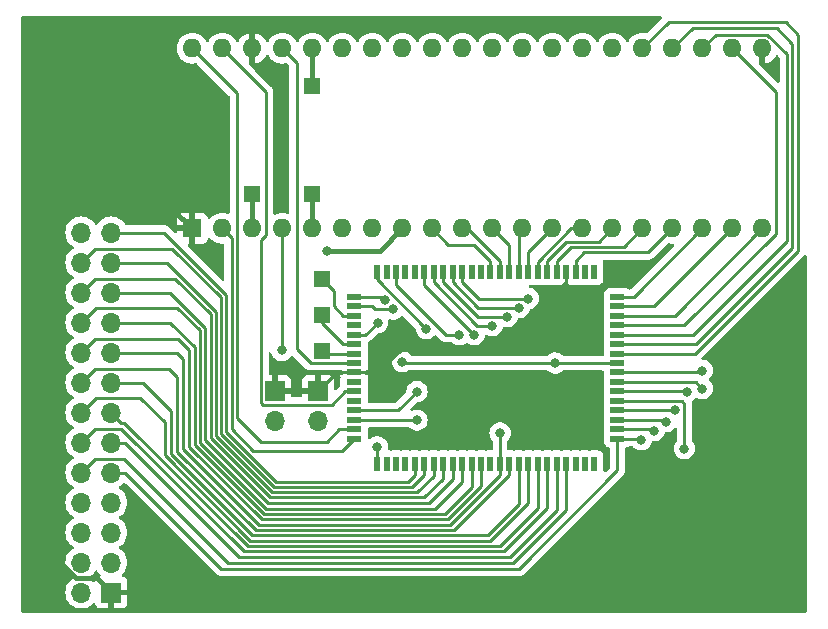
<source format=gbr>
%TF.GenerationSoftware,KiCad,Pcbnew,7.0.9-7.0.9~ubuntu20.04.1*%
%TF.CreationDate,2023-12-26T20:59:22+01:00*%
%TF.ProjectId,6303_FP,36333033-5f46-4502-9e6b-696361645f70,rev?*%
%TF.SameCoordinates,Original*%
%TF.FileFunction,Copper,L1,Top*%
%TF.FilePolarity,Positive*%
%FSLAX46Y46*%
G04 Gerber Fmt 4.6, Leading zero omitted, Abs format (unit mm)*
G04 Created by KiCad (PCBNEW 7.0.9-7.0.9~ubuntu20.04.1) date 2023-12-26 20:59:22*
%MOMM*%
%LPD*%
G01*
G04 APERTURE LIST*
%TA.AperFunction,ComponentPad*%
%ADD10R,1.700000X1.700000*%
%TD*%
%TA.AperFunction,ComponentPad*%
%ADD11O,1.700000X1.700000*%
%TD*%
%TA.AperFunction,ComponentPad*%
%ADD12R,1.350000X1.350000*%
%TD*%
%TA.AperFunction,SMDPad,CuDef*%
%ADD13R,0.500000X1.300000*%
%TD*%
%TA.AperFunction,SMDPad,CuDef*%
%ADD14R,1.300000X0.500000*%
%TD*%
%TA.AperFunction,ComponentPad*%
%ADD15R,1.600000X1.600000*%
%TD*%
%TA.AperFunction,ComponentPad*%
%ADD16O,1.600000X1.600000*%
%TD*%
%TA.AperFunction,ViaPad*%
%ADD17C,0.800000*%
%TD*%
%TA.AperFunction,Conductor*%
%ADD18C,0.400000*%
%TD*%
%TA.AperFunction,Conductor*%
%ADD19C,0.250000*%
%TD*%
G04 APERTURE END LIST*
D10*
%TO.P,JP1,1,A*%
%TO.N,GND*%
X180746400Y-66492200D03*
D11*
%TO.P,JP1,2,B*%
%TO.N,/MP0*%
X180746400Y-69032200D03*
%TD*%
D12*
%TO.P,J4,1,Pin_1*%
%TO.N,Net-(J4-Pin_1)*%
X183896000Y-40640000D03*
%TD*%
D13*
%TO.P,U4,1,~{NMI}*%
%TO.N,/~{NMI}*%
X189384000Y-72688000D03*
%TO.P,U4,2*%
%TO.N,unconnected-(U4-Pad2)*%
X190184000Y-72688000D03*
%TO.P,U4,3*%
%TO.N,unconnected-(U4-Pad3)*%
X190984000Y-72688000D03*
%TO.P,U4,4*%
%TO.N,unconnected-(U4-Pad4)*%
X191784000Y-72688000D03*
%TO.P,U4,5,P20/Tin*%
%TO.N,/P20*%
X192584000Y-72688000D03*
%TO.P,U4,6,P21/Tout1*%
%TO.N,/P21*%
X193384000Y-72688000D03*
%TO.P,U4,7,P22/SCLK*%
%TO.N,/P22*%
X194184000Y-72688000D03*
%TO.P,U4,8,P23/RX*%
%TO.N,/P23*%
X194984000Y-72688000D03*
%TO.P,U4,9,P24/TX*%
%TO.N,/P24*%
X195784000Y-72688000D03*
%TO.P,U4,10,P25/Tout2*%
%TO.N,/P25*%
X196584000Y-72688000D03*
%TO.P,U4,11,P26/Tout3*%
%TO.N,/P26*%
X197384000Y-72688000D03*
%TO.P,U4,12,P27/Tclk*%
%TO.N,/P27*%
X198184000Y-72688000D03*
%TO.P,U4,13*%
%TO.N,unconnected-(U4-Pad13)*%
X198984000Y-72688000D03*
%TO.P,U4,14,P50/~{IRQ1}*%
%TO.N,/~{IRQ1}*%
X199784000Y-72688000D03*
%TO.P,U4,15,P51/~{IRQ2}*%
%TO.N,/P51*%
X200584000Y-72688000D03*
%TO.P,U4,16,P52/MR*%
%TO.N,/P52*%
X201384000Y-72688000D03*
%TO.P,U4,17,P53/~{HALT}*%
%TO.N,/P53*%
X202184000Y-72688000D03*
%TO.P,U4,18,P54*%
%TO.N,/P54*%
X202984000Y-72688000D03*
%TO.P,U4,19,P55*%
%TO.N,/P55*%
X203784000Y-72688000D03*
%TO.P,U4,20,P56*%
%TO.N,/P56*%
X204584000Y-72688000D03*
%TO.P,U4,21,P57*%
%TO.N,/P57*%
X205384000Y-72688000D03*
%TO.P,U4,22*%
%TO.N,unconnected-(U4-Pad22)*%
X206184000Y-72688000D03*
%TO.P,U4,23*%
%TO.N,unconnected-(U4-Pad23)*%
X206984000Y-72688000D03*
%TO.P,U4,24*%
%TO.N,unconnected-(U4-Pad24)*%
X207784000Y-72688000D03*
D14*
%TO.P,U4,25,P60*%
%TO.N,/P60*%
X209734000Y-70538000D03*
%TO.P,U4,26,P61*%
%TO.N,/P61*%
X209734000Y-69738000D03*
%TO.P,U4,27,P62*%
%TO.N,/P62*%
X209734000Y-68938000D03*
%TO.P,U4,28,P63*%
%TO.N,/P63*%
X209734000Y-68138000D03*
%TO.P,U4,29,P64*%
%TO.N,/P64*%
X209734000Y-67338000D03*
%TO.P,U4,30,P65*%
%TO.N,/P65*%
X209734000Y-66538000D03*
%TO.P,U4,31,P66*%
%TO.N,/P66*%
X209734000Y-65738000D03*
%TO.P,U4,32,P67*%
%TO.N,/P67*%
X209734000Y-64938000D03*
%TO.P,U4,33,Vcc*%
%TO.N,+5V*%
X209734000Y-64138000D03*
%TO.P,U4,34,A15*%
%TO.N,/A15*%
X209734000Y-63338000D03*
%TO.P,U4,35,A14*%
%TO.N,/A14*%
X209734000Y-62538000D03*
%TO.P,U4,36,A13*%
%TO.N,/A13*%
X209734000Y-61738000D03*
%TO.P,U4,37,A12*%
%TO.N,/A12*%
X209734000Y-60938000D03*
%TO.P,U4,38,A11*%
%TO.N,/A11*%
X209734000Y-60138000D03*
%TO.P,U4,39,A10*%
%TO.N,/A10*%
X209734000Y-59338000D03*
%TO.P,U4,40,A9*%
%TO.N,/A9*%
X209734000Y-58538000D03*
D13*
%TO.P,U4,41*%
%TO.N,unconnected-(U4-Pad41)*%
X207784000Y-56388000D03*
%TO.P,U4,42*%
%TO.N,unconnected-(U4-Pad42)*%
X206984000Y-56388000D03*
%TO.P,U4,43,A8*%
%TO.N,/A8*%
X206184000Y-56388000D03*
%TO.P,U4,44,GND*%
%TO.N,GND*%
X205384000Y-56388000D03*
%TO.P,U4,45,A7*%
%TO.N,/A7*%
X204584000Y-56388000D03*
%TO.P,U4,46,A6*%
%TO.N,/A6*%
X203784000Y-56388000D03*
%TO.P,U4,47,A5*%
%TO.N,/A5*%
X202984000Y-56388000D03*
%TO.P,U4,48,A4*%
%TO.N,/A4*%
X202184000Y-56388000D03*
%TO.P,U4,49,A3*%
%TO.N,/A3*%
X201384000Y-56388000D03*
%TO.P,U4,50,A2*%
%TO.N,/A2*%
X200584000Y-56388000D03*
%TO.P,U4,51,A1*%
%TO.N,/A1*%
X199784000Y-56388000D03*
%TO.P,U4,52,A0*%
%TO.N,/A0*%
X198984000Y-56388000D03*
%TO.P,U4,53*%
%TO.N,unconnected-(U4-Pad53)*%
X198184000Y-56388000D03*
%TO.P,U4,54*%
%TO.N,unconnected-(U4-Pad54)*%
X197384000Y-56388000D03*
%TO.P,U4,55,D7*%
%TO.N,/D7*%
X196584000Y-56388000D03*
%TO.P,U4,56,D6*%
%TO.N,/D6*%
X195784000Y-56388000D03*
%TO.P,U4,57,D5*%
%TO.N,/D5*%
X194984000Y-56388000D03*
%TO.P,U4,58,D4*%
%TO.N,/D4*%
X194184000Y-56388000D03*
%TO.P,U4,59,D3*%
%TO.N,/D3*%
X193384000Y-56388000D03*
%TO.P,U4,60*%
%TO.N,unconnected-(U4-Pad60)*%
X192584000Y-56388000D03*
%TO.P,U4,61*%
%TO.N,unconnected-(U4-Pad61)*%
X191784000Y-56388000D03*
%TO.P,U4,62,D2*%
%TO.N,/D2*%
X190984000Y-56388000D03*
%TO.P,U4,63*%
%TO.N,unconnected-(U4-Pad63)*%
X190184000Y-56388000D03*
%TO.P,U4,64,D1*%
%TO.N,/D1*%
X189384000Y-56388000D03*
D14*
%TO.P,U4,65,D0*%
%TO.N,/D0*%
X187434000Y-58538000D03*
%TO.P,U4,66,BA*%
%TO.N,/BA*%
X187434000Y-59338000D03*
%TO.P,U4,67,~{LIR}*%
%TO.N,/~{LIR}*%
X187434000Y-60138000D03*
%TO.P,U4,68*%
%TO.N,unconnected-(U4-Pad68)*%
X187434000Y-60938000D03*
%TO.P,U4,69,R/~{W}*%
%TO.N,/R{slash}~{W}*%
X187434000Y-61738000D03*
%TO.P,U4,70,~{WR}*%
%TO.N,/~{WR}*%
X187434000Y-62538000D03*
%TO.P,U4,71,~{RD}*%
%TO.N,/~{RD}*%
X187434000Y-63338000D03*
%TO.P,U4,72,E*%
%TO.N,/PHI2*%
X187434000Y-64138000D03*
%TO.P,U4,73,GND*%
%TO.N,GND*%
X187434000Y-64938000D03*
%TO.P,U4,74,XTAL*%
%TO.N,unconnected-(U4-XTAL-Pad74)*%
X187434000Y-65738000D03*
%TO.P,U4,75,EXTAL/CLK*%
%TO.N,/CPUCLK*%
X187434000Y-66538000D03*
%TO.P,U4,76*%
%TO.N,unconnected-(U4-Pad76)*%
X187434000Y-67338000D03*
%TO.P,U4,77,MP0*%
%TO.N,/MP0*%
X187434000Y-68138000D03*
%TO.P,U4,78,MP1*%
%TO.N,/MP1*%
X187434000Y-68938000D03*
%TO.P,U4,79,~{RST}*%
%TO.N,/~{RST}*%
X187434000Y-69738000D03*
%TO.P,U4,80,~{STBY}*%
%TO.N,/~{HALT}*%
X187434000Y-70538000D03*
%TD*%
D15*
%TO.P,U3,1,VSS*%
%TO.N,GND*%
X173736000Y-52730400D03*
D16*
%TO.P,U3,2,~{HALT}*%
%TO.N,/~{HALT}*%
X176276000Y-52730400D03*
%TO.P,U3,3,MR*%
%TO.N,Net-(J3-Pin_1)*%
X178816000Y-52730400D03*
%TO.P,U3,4,~{IRQ}*%
%TO.N,/~{IRQ1}*%
X181356000Y-52730400D03*
%TO.P,U3,5,VMA*%
%TO.N,Net-(J6-Pin_1)*%
X183896000Y-52730400D03*
%TO.P,U3,6,~{NMI}*%
%TO.N,/~{NMI}*%
X186436000Y-52730400D03*
%TO.P,U3,7,BA*%
%TO.N,/BA*%
X188976000Y-52730400D03*
%TO.P,U3,8,VCC*%
%TO.N,+5V*%
X191516000Y-52730400D03*
%TO.P,U3,9,A0*%
%TO.N,/A0*%
X194056000Y-52730400D03*
%TO.P,U3,10,A1*%
%TO.N,/A1*%
X196596000Y-52730400D03*
%TO.P,U3,11,A2*%
%TO.N,/A2*%
X199136000Y-52730400D03*
%TO.P,U3,12,A3*%
%TO.N,/A3*%
X201676000Y-52730400D03*
%TO.P,U3,13,A4*%
%TO.N,/A4*%
X204216000Y-52730400D03*
%TO.P,U3,14,A5*%
%TO.N,/A5*%
X206756000Y-52730400D03*
%TO.P,U3,15,A6*%
%TO.N,/A6*%
X209296000Y-52730400D03*
%TO.P,U3,16,A7*%
%TO.N,/A7*%
X211836000Y-52730400D03*
%TO.P,U3,17,A8*%
%TO.N,/A8*%
X214376000Y-52730400D03*
%TO.P,U3,18,A9*%
%TO.N,/A9*%
X216916000Y-52730400D03*
%TO.P,U3,19,A10*%
%TO.N,/A10*%
X219456000Y-52730400D03*
%TO.P,U3,20,A11*%
%TO.N,/A11*%
X221996000Y-52730400D03*
%TO.P,U3,21,VSS*%
%TO.N,GND*%
X221996000Y-37490400D03*
%TO.P,U3,22,A12*%
%TO.N,/A12*%
X219456000Y-37490400D03*
%TO.P,U3,23,A13*%
%TO.N,/A13*%
X216916000Y-37490400D03*
%TO.P,U3,24,A14*%
%TO.N,/A14*%
X214376000Y-37490400D03*
%TO.P,U3,25,A15*%
%TO.N,/A15*%
X211836000Y-37490400D03*
%TO.P,U3,26,D7*%
%TO.N,/D7*%
X209296000Y-37490400D03*
%TO.P,U3,27,D6*%
%TO.N,/D6*%
X206756000Y-37490400D03*
%TO.P,U3,28,D5*%
%TO.N,/D5*%
X204216000Y-37490400D03*
%TO.P,U3,29,D4*%
%TO.N,/D4*%
X201676000Y-37490400D03*
%TO.P,U3,30,D3*%
%TO.N,/D3*%
X199136000Y-37490400D03*
%TO.P,U3,31,D2*%
%TO.N,/D2*%
X196596000Y-37490400D03*
%TO.P,U3,32,D1*%
%TO.N,/D1*%
X194056000Y-37490400D03*
%TO.P,U3,33,D0*%
%TO.N,/D0*%
X191516000Y-37490400D03*
%TO.P,U3,34,R/~{W}*%
%TO.N,/R{slash}~{W}*%
X188976000Y-37490400D03*
%TO.P,U3,35,VCC_STANDBY*%
%TO.N,+5C*%
X186436000Y-37490400D03*
%TO.P,U3,36,RE*%
%TO.N,Net-(J4-Pin_1)*%
X183896000Y-37490400D03*
%TO.P,U3,37,E*%
%TO.N,/PHI2*%
X181356000Y-37490400D03*
%TO.P,U3,38,XTAL*%
%TO.N,GND*%
X178816000Y-37490400D03*
%TO.P,U3,39,EXTAL*%
%TO.N,/CPUCLK*%
X176276000Y-37490400D03*
%TO.P,U3,40,~{RESET}*%
%TO.N,/~{RST}*%
X173736000Y-37490400D03*
%TD*%
D10*
%TO.P,J1,1,Pin_1*%
%TO.N,GND*%
X166878000Y-83566000D03*
D11*
%TO.P,J1,2,Pin_2*%
%TO.N,/P67*%
X164338000Y-83566000D03*
%TO.P,J1,3,Pin_3*%
%TO.N,/P66*%
X166878000Y-81026000D03*
%TO.P,J1,4,Pin_4*%
%TO.N,/P65*%
X164338000Y-81026000D03*
%TO.P,J1,5,Pin_5*%
%TO.N,/P64*%
X166878000Y-78486000D03*
%TO.P,J1,6,Pin_6*%
%TO.N,/P63*%
X164338000Y-78486000D03*
%TO.P,J1,7,Pin_7*%
%TO.N,/P62*%
X166878000Y-75946000D03*
%TO.P,J1,8,Pin_8*%
%TO.N,/P61*%
X164338000Y-75946000D03*
%TO.P,J1,9,Pin_9*%
%TO.N,/P60*%
X166878000Y-73406000D03*
%TO.P,J1,10,Pin_10*%
%TO.N,/P57*%
X164338000Y-73406000D03*
%TO.P,J1,11,Pin_11*%
%TO.N,/P56*%
X166878000Y-70866000D03*
%TO.P,J1,12,Pin_12*%
%TO.N,/P55*%
X164338000Y-70866000D03*
%TO.P,J1,13,Pin_13*%
%TO.N,/P54*%
X166878000Y-68326000D03*
%TO.P,J1,14,Pin_14*%
%TO.N,/P53*%
X164338000Y-68326000D03*
%TO.P,J1,15,Pin_15*%
%TO.N,/P52*%
X166878000Y-65786000D03*
%TO.P,J1,16,Pin_16*%
%TO.N,/P51*%
X164338000Y-65786000D03*
%TO.P,J1,17,Pin_17*%
%TO.N,/~{IRQ1}*%
X166878000Y-63246000D03*
%TO.P,J1,18,Pin_18*%
%TO.N,/P27*%
X164338000Y-63246000D03*
%TO.P,J1,19,Pin_19*%
%TO.N,/P26*%
X166878000Y-60706000D03*
%TO.P,J1,20,Pin_20*%
%TO.N,/P25*%
X164338000Y-60706000D03*
%TO.P,J1,21,Pin_21*%
%TO.N,/P24*%
X166878000Y-58166000D03*
%TO.P,J1,22,Pin_22*%
%TO.N,/P23*%
X164338000Y-58166000D03*
%TO.P,J1,23,Pin_23*%
%TO.N,/P22*%
X166878000Y-55626000D03*
%TO.P,J1,24,Pin_24*%
%TO.N,/P21*%
X164338000Y-55626000D03*
%TO.P,J1,25,Pin_25*%
%TO.N,/P20*%
X166878000Y-53086000D03*
%TO.P,J1,26,Pin_26*%
%TO.N,+5V*%
X164338000Y-53086000D03*
%TD*%
D10*
%TO.P,JP2,1,A*%
%TO.N,GND*%
X184404000Y-66492200D03*
D11*
%TO.P,JP2,2,B*%
%TO.N,/MP1*%
X184404000Y-69032200D03*
%TD*%
D12*
%TO.P,J7,1,Pin_1*%
%TO.N,/~{LIR}*%
X184708800Y-56997600D03*
%TD*%
%TO.P,J6,1,Pin_1*%
%TO.N,Net-(J6-Pin_1)*%
X183896000Y-49784000D03*
%TD*%
%TO.P,J9,1,Pin_1*%
%TO.N,/~{WR}*%
X184708800Y-60045600D03*
%TD*%
%TO.P,J8,1,Pin_1*%
%TO.N,/~{RD}*%
X184708800Y-63093600D03*
%TD*%
%TO.P,J3,1,Pin_1*%
%TO.N,Net-(J3-Pin_1)*%
X178816000Y-49784000D03*
%TD*%
D17*
%TO.N,+5V*%
X191516000Y-64008000D03*
X204470000Y-64138000D03*
X185166000Y-54610000D03*
%TO.N,GND*%
X202075000Y-60597000D03*
%TO.N,/~{NMI}*%
X189382400Y-71221600D03*
%TO.N,/~{IRQ1}*%
X199796400Y-70053200D03*
X181305200Y-63064384D03*
%TO.N,/D7*%
X202184000Y-58674000D03*
%TO.N,/D6*%
X201422000Y-59436000D03*
%TO.N,/D5*%
X200406000Y-60198000D03*
%TO.N,/D4*%
X199136000Y-60960000D03*
%TO.N,/D3*%
X197612000Y-61722000D03*
%TO.N,/D2*%
X196342000Y-61722000D03*
%TO.N,/D1*%
X193548000Y-61214000D03*
%TO.N,/D0*%
X190010992Y-58773008D03*
%TO.N,/R{slash}~{W}*%
X189433200Y-60706000D03*
%TO.N,/MP0*%
X192760000Y-66548000D03*
%TO.N,/MP1*%
X192760000Y-68974000D03*
%TO.N,/BA*%
X190754000Y-59563000D03*
%TO.N,/P60*%
X211750000Y-70625000D03*
%TO.N,/P61*%
X212852000Y-69850000D03*
%TO.N,/P62*%
X213868000Y-69088000D03*
%TO.N,/P63*%
X214630000Y-68072000D03*
%TO.N,/P64*%
X215392000Y-71374000D03*
%TO.N,/P65*%
X215646000Y-66548000D03*
%TO.N,/P66*%
X216916000Y-66294000D03*
%TO.N,/P67*%
X216916000Y-64770000D03*
%TD*%
D18*
%TO.N,+5V*%
X185166000Y-54610000D02*
X189636400Y-54610000D01*
X189636400Y-54610000D02*
X191516000Y-52730400D01*
D19*
X204470000Y-64138000D02*
X200914000Y-64138000D01*
X200914000Y-64138000D02*
X191646000Y-64138000D01*
X191646000Y-64138000D02*
X191516000Y-64008000D01*
X209734000Y-64138000D02*
X204470000Y-64138000D01*
D18*
%TO.N,GND*%
X163860233Y-82316000D02*
X165628000Y-82316000D01*
X165628000Y-82316000D02*
X166878000Y-83566000D01*
D19*
X205384000Y-57288000D02*
X202075000Y-60597000D01*
X180746400Y-66492200D02*
X184404000Y-66492200D01*
D18*
X163576000Y-51054000D02*
X162306000Y-52324000D01*
D19*
X191430000Y-62992000D02*
X189484000Y-64938000D01*
X187434000Y-64938000D02*
X185958200Y-64938000D01*
D18*
X162306000Y-52324000D02*
X162306000Y-80761767D01*
X162306000Y-80761767D02*
X163860233Y-82316000D01*
D19*
X205384000Y-56388000D02*
X205384000Y-57288000D01*
D18*
X172059600Y-51054000D02*
X163576000Y-51054000D01*
D19*
X199680000Y-62992000D02*
X191430000Y-62992000D01*
D18*
X173736000Y-52730400D02*
X172059600Y-51054000D01*
D19*
X202075000Y-60597000D02*
X199680000Y-62992000D01*
X189484000Y-64938000D02*
X187434000Y-64938000D01*
X185958200Y-64938000D02*
X184404000Y-66492200D01*
%TO.N,/P20*%
X180859168Y-74168000D02*
X192004000Y-74168000D01*
X171324396Y-53086000D02*
X176632000Y-58393604D01*
X176632000Y-69940832D02*
X180859168Y-74168000D01*
X166878000Y-53086000D02*
X171324396Y-53086000D01*
X192004000Y-74168000D02*
X192584000Y-73588000D01*
X192584000Y-73588000D02*
X192584000Y-72688000D01*
X176632000Y-58393604D02*
X176632000Y-69940832D01*
%TO.N,/P21*%
X164338000Y-55626000D02*
X165513000Y-54451000D01*
X192354000Y-74618000D02*
X193384000Y-73588000D01*
X193384000Y-73588000D02*
X193384000Y-72688000D01*
X172053000Y-54451000D02*
X176182000Y-58580000D01*
X165513000Y-54451000D02*
X172053000Y-54451000D01*
X176182000Y-58580000D02*
X176182000Y-70127228D01*
X176182000Y-70127228D02*
X180672772Y-74618000D01*
X180672772Y-74618000D02*
X192354000Y-74618000D01*
%TO.N,/P22*%
X194184000Y-72688000D02*
X194184000Y-73660396D01*
X192776396Y-75068000D02*
X180486376Y-75068000D01*
X180486376Y-75068000D02*
X175732000Y-70313624D01*
X175732000Y-70313624D02*
X175732000Y-59779604D01*
X194184000Y-73660396D02*
X192776396Y-75068000D01*
X175732000Y-59779604D02*
X171578396Y-55626000D01*
X171578396Y-55626000D02*
X166878000Y-55626000D01*
%TO.N,/~{NMI}*%
X189382400Y-71221600D02*
X189382400Y-72686400D01*
X189382400Y-72686400D02*
X189384000Y-72688000D01*
%TO.N,/~{IRQ1}*%
X181356000Y-52730400D02*
X181356000Y-63013584D01*
X172974000Y-63754000D02*
X172974000Y-71374000D01*
X172466000Y-63246000D02*
X172974000Y-63754000D01*
X172974000Y-71374000D02*
X179418000Y-77818000D01*
X166878000Y-63246000D02*
X172466000Y-63246000D01*
X195554000Y-77818000D02*
X199784000Y-73588000D01*
X181356000Y-63013584D02*
X181305200Y-63064384D01*
X179418000Y-77818000D02*
X195554000Y-77818000D01*
X199796400Y-70053200D02*
X199784000Y-70065600D01*
X199784000Y-70065600D02*
X199784000Y-72688000D01*
X199784000Y-73588000D02*
X199784000Y-72688000D01*
%TO.N,/~{RST}*%
X177532000Y-41286400D02*
X173736000Y-37490400D01*
X187434000Y-69738000D02*
X186192400Y-69738000D01*
X186192400Y-69738000D02*
X185115200Y-70815200D01*
X179578000Y-70815200D02*
X177532000Y-68769200D01*
X185115200Y-70815200D02*
X179578000Y-70815200D01*
X177532000Y-68769200D02*
X177532000Y-41286400D01*
%TO.N,/P23*%
X172307000Y-56991000D02*
X175282000Y-59966000D01*
X193388000Y-75518000D02*
X194984000Y-73922000D01*
X175282000Y-59966000D02*
X175282000Y-70500020D01*
X165513000Y-56991000D02*
X172307000Y-56991000D01*
X164338000Y-58166000D02*
X165513000Y-56991000D01*
X194984000Y-73922000D02*
X194984000Y-72688000D01*
X180299980Y-75518000D02*
X193388000Y-75518000D01*
X175282000Y-70500020D02*
X180299980Y-75518000D01*
%TO.N,/P24*%
X195784000Y-73988198D02*
X193804198Y-75968000D01*
X195784000Y-72688000D02*
X195784000Y-73988198D01*
X174832000Y-61165604D02*
X171832396Y-58166000D01*
X171832396Y-58166000D02*
X166878000Y-58166000D01*
X180113584Y-75968000D02*
X174832000Y-70686416D01*
X193804198Y-75968000D02*
X180113584Y-75968000D01*
X174832000Y-70686416D02*
X174832000Y-61165604D01*
%TO.N,/A15*%
X216316000Y-63338000D02*
X225044000Y-54610000D01*
X225044000Y-54610000D02*
X225044000Y-36322000D01*
X225044000Y-36322000D02*
X223972000Y-35250000D01*
X223972000Y-35250000D02*
X214076400Y-35250000D01*
X209734000Y-63338000D02*
X216316000Y-63338000D01*
X214076400Y-35250000D02*
X211836000Y-37490400D01*
%TO.N,/A14*%
X209734000Y-62538000D02*
X216354000Y-62538000D01*
X223202000Y-35750000D02*
X216116400Y-35750000D01*
X216116400Y-35750000D02*
X214376000Y-37490400D01*
X216354000Y-62538000D02*
X224536000Y-54356000D01*
X224536000Y-54356000D02*
X224536000Y-37084000D01*
X224536000Y-37084000D02*
X223202000Y-35750000D01*
%TO.N,/A13*%
X224086000Y-53790000D02*
X224086000Y-37989409D01*
X222418591Y-36322000D02*
X218084400Y-36322000D01*
X224086000Y-37989409D02*
X222418591Y-36322000D01*
X216138000Y-61738000D02*
X224086000Y-53790000D01*
X218084400Y-36322000D02*
X216916000Y-37490400D01*
X209734000Y-61738000D02*
X216138000Y-61738000D01*
%TO.N,/A12*%
X209734000Y-60938000D02*
X215379391Y-60938000D01*
X223121000Y-53196391D02*
X223121000Y-41155400D01*
X215379391Y-60938000D02*
X223121000Y-53196391D01*
X223121000Y-41155400D02*
X219456000Y-37490400D01*
%TO.N,/A11*%
X214588400Y-60138000D02*
X221996000Y-52730400D01*
X209734000Y-60138000D02*
X214588400Y-60138000D01*
%TO.N,/A10*%
X212848400Y-59338000D02*
X219456000Y-52730400D01*
X209734000Y-59338000D02*
X212848400Y-59338000D01*
%TO.N,/A9*%
X209734000Y-58538000D02*
X211108400Y-58538000D01*
X211108400Y-58538000D02*
X216916000Y-52730400D01*
%TO.N,/A8*%
X206916600Y-54755400D02*
X212351000Y-54755400D01*
X212351000Y-54755400D02*
X214376000Y-52730400D01*
X206184000Y-56388000D02*
X206184000Y-55488000D01*
X206184000Y-55488000D02*
X206916600Y-54755400D01*
%TO.N,/D7*%
X196584000Y-56388000D02*
X196584000Y-57288000D01*
X197970000Y-58674000D02*
X202184000Y-58674000D01*
X196584000Y-57288000D02*
X197970000Y-58674000D01*
%TO.N,/D6*%
X195784000Y-56388000D02*
X195784000Y-57288000D01*
X195784000Y-57288000D02*
X197932000Y-59436000D01*
X197932000Y-59436000D02*
X201422000Y-59436000D01*
%TO.N,/D5*%
X194984000Y-57288000D02*
X197894000Y-60198000D01*
X194984000Y-56388000D02*
X194984000Y-57288000D01*
X197894000Y-60198000D02*
X200406000Y-60198000D01*
%TO.N,/D4*%
X197856000Y-60960000D02*
X199136000Y-60960000D01*
X194184000Y-57288000D02*
X197856000Y-60960000D01*
X194184000Y-56388000D02*
X194184000Y-57288000D01*
%TO.N,/D3*%
X193384000Y-56388000D02*
X193384000Y-57494000D01*
X193384000Y-57494000D02*
X197612000Y-61722000D01*
%TO.N,/D2*%
X190984000Y-57507000D02*
X195199000Y-61722000D01*
X195199000Y-61722000D02*
X196342000Y-61722000D01*
X190984000Y-56388000D02*
X190984000Y-57507000D01*
%TO.N,/D1*%
X189384000Y-56388000D02*
X189384000Y-57050000D01*
X189384000Y-57050000D02*
X193548000Y-61214000D01*
%TO.N,/D0*%
X187434000Y-58538000D02*
X189775984Y-58538000D01*
X189775984Y-58538000D02*
X190010992Y-58773008D01*
%TO.N,/R{slash}~{W}*%
X188401200Y-61738000D02*
X189433200Y-60706000D01*
X187434000Y-61738000D02*
X188401200Y-61738000D01*
D18*
%TO.N,Net-(J6-Pin_1)*%
X183896000Y-49784000D02*
X183896000Y-52730400D01*
D19*
%TO.N,/A0*%
X198984000Y-55474000D02*
X198984000Y-56388000D01*
X195427600Y-54102000D02*
X197612000Y-54102000D01*
X194056000Y-52730400D02*
X195427600Y-54102000D01*
X197612000Y-54102000D02*
X198984000Y-55474000D01*
%TO.N,/A1*%
X196596000Y-52730400D02*
X197026400Y-52730400D01*
X199784000Y-55488000D02*
X199784000Y-56388000D01*
X197026400Y-52730400D02*
X199784000Y-55488000D01*
%TO.N,/A2*%
X199136000Y-52730400D02*
X200584000Y-54178400D01*
X200584000Y-54178400D02*
X200584000Y-56388000D01*
%TO.N,/A3*%
X201384000Y-53022400D02*
X201384000Y-56388000D01*
X201676000Y-52730400D02*
X201384000Y-53022400D01*
%TO.N,/A4*%
X204216000Y-52730400D02*
X202184000Y-54762400D01*
X202184000Y-54762400D02*
X202184000Y-56388000D01*
%TO.N,/A5*%
X206756000Y-52730400D02*
X205806991Y-52730400D01*
X202984000Y-55553391D02*
X202984000Y-56388000D01*
X205806991Y-52730400D02*
X202984000Y-55553391D01*
%TO.N,/A6*%
X208171000Y-53855400D02*
X205416600Y-53855400D01*
X205416600Y-53855400D02*
X203784000Y-55488000D01*
X209296000Y-52730400D02*
X208171000Y-53855400D01*
X203784000Y-55488000D02*
X203784000Y-56388000D01*
%TO.N,/A7*%
X211836000Y-52730400D02*
X210261000Y-54305400D01*
X205766600Y-54305400D02*
X204584000Y-55488000D01*
X204584000Y-55488000D02*
X204584000Y-56388000D01*
X210261000Y-54305400D02*
X205766600Y-54305400D01*
%TO.N,/PHI2*%
X182575200Y-38709600D02*
X181356000Y-37490400D01*
X187434000Y-64138000D02*
X183753200Y-64138000D01*
X183753200Y-64138000D02*
X182575200Y-62960000D01*
X182575200Y-62960000D02*
X182575200Y-38709600D01*
%TO.N,/CPUCLK*%
X179984400Y-41198800D02*
X176276000Y-37490400D01*
X186706600Y-66538000D02*
X185577400Y-67667200D01*
X185577400Y-67667200D02*
X179732000Y-67667200D01*
X179571400Y-53702200D02*
X179984400Y-53289200D01*
X187434000Y-66538000D02*
X186706600Y-66538000D01*
X179571400Y-67506600D02*
X179571400Y-53702200D01*
X179732000Y-67667200D02*
X179571400Y-67506600D01*
X179984400Y-53289200D02*
X179984400Y-41198800D01*
%TO.N,/MP0*%
X187434000Y-68138000D02*
X191170000Y-68138000D01*
X191170000Y-68138000D02*
X192760000Y-66548000D01*
%TO.N,/MP1*%
X187434000Y-68938000D02*
X192724000Y-68938000D01*
X192724000Y-68938000D02*
X192760000Y-68974000D01*
D18*
%TO.N,Net-(J3-Pin_1)*%
X178816000Y-49784000D02*
X178816000Y-52730400D01*
%TO.N,Net-(J4-Pin_1)*%
X183896000Y-37490400D02*
X183896000Y-40640000D01*
D19*
%TO.N,/~{HALT}*%
X178904764Y-71577200D02*
X177082000Y-69754436D01*
X177082000Y-53536400D02*
X176276000Y-52730400D01*
X187434000Y-70538000D02*
X186394800Y-71577200D01*
X186394800Y-71577200D02*
X178904764Y-71577200D01*
X177082000Y-69754436D02*
X177082000Y-53536400D01*
%TO.N,/BA*%
X188976000Y-59338000D02*
X189201000Y-59563000D01*
X189201000Y-59563000D02*
X190754000Y-59563000D01*
X187434000Y-59338000D02*
X188976000Y-59338000D01*
%TO.N,/P25*%
X174382000Y-70872812D02*
X179963188Y-76454000D01*
X196584000Y-74180000D02*
X196584000Y-72688000D01*
X194310000Y-76454000D02*
X196584000Y-74180000D01*
X172466000Y-59436000D02*
X174382000Y-61352000D01*
X165608000Y-59436000D02*
X172466000Y-59436000D01*
X164338000Y-60706000D02*
X165608000Y-59436000D01*
X179963188Y-76454000D02*
X194310000Y-76454000D01*
X174382000Y-61352000D02*
X174382000Y-70872812D01*
%TO.N,/P26*%
X173932000Y-71059208D02*
X173932000Y-62805604D01*
X179790792Y-76918000D02*
X173932000Y-71059208D01*
X173932000Y-62805604D02*
X171832396Y-60706000D01*
X197384000Y-74650000D02*
X195116000Y-76918000D01*
X197384000Y-72688000D02*
X197384000Y-74650000D01*
X171832396Y-60706000D02*
X166878000Y-60706000D01*
X195116000Y-76918000D02*
X179790792Y-76918000D01*
%TO.N,/P27*%
X173482000Y-71245604D02*
X179604396Y-77368000D01*
X164338000Y-63246000D02*
X165513000Y-62071000D01*
X173482000Y-62992000D02*
X173482000Y-71245604D01*
X179604396Y-77368000D02*
X195367604Y-77368000D01*
X172561000Y-62071000D02*
X173482000Y-62992000D01*
X195367604Y-77368000D02*
X198184000Y-74551604D01*
X198184000Y-74551604D02*
X198184000Y-72688000D01*
X165513000Y-62071000D02*
X172561000Y-62071000D01*
%TO.N,/P51*%
X165513000Y-64611000D02*
X164338000Y-65786000D01*
X200584000Y-72688000D02*
X200584000Y-73588000D01*
X200584000Y-73588000D02*
X195904000Y-78268000D01*
X172466000Y-65278000D02*
X171799000Y-64611000D01*
X171799000Y-64611000D02*
X165513000Y-64611000D01*
X195904000Y-78268000D02*
X179106000Y-78268000D01*
X172466000Y-71628000D02*
X172466000Y-65278000D01*
X179106000Y-78268000D02*
X172466000Y-71628000D01*
%TO.N,/P52*%
X169546396Y-65786000D02*
X171958000Y-68197604D01*
X178796792Y-78718000D02*
X198775604Y-78718000D01*
X171958000Y-68197604D02*
X171958000Y-71879208D01*
X201384000Y-76109604D02*
X201384000Y-72688000D01*
X171958000Y-71879208D02*
X178796792Y-78718000D01*
X166878000Y-65786000D02*
X169546396Y-65786000D01*
X198775604Y-78718000D02*
X201384000Y-76109604D01*
%TO.N,/P53*%
X171392000Y-69155604D02*
X169292396Y-67056000D01*
X202184000Y-75946000D02*
X198962000Y-79168000D01*
X198962000Y-79168000D02*
X178610396Y-79168000D01*
X169292396Y-67056000D02*
X165608000Y-67056000D01*
X178610396Y-79168000D02*
X171392000Y-71949604D01*
X202184000Y-72688000D02*
X202184000Y-75946000D01*
X165608000Y-67056000D02*
X164338000Y-68326000D01*
X171392000Y-71949604D02*
X171392000Y-69155604D01*
%TO.N,/P54*%
X167728000Y-69176000D02*
X167982000Y-69176000D01*
X178424000Y-79618000D02*
X199782000Y-79618000D01*
X202984000Y-76416000D02*
X202984000Y-72688000D01*
X167982000Y-69176000D02*
X178424000Y-79618000D01*
X199782000Y-79618000D02*
X202984000Y-76416000D01*
X166878000Y-68326000D02*
X167728000Y-69176000D01*
%TO.N,/P55*%
X200094000Y-80068000D02*
X178112000Y-80068000D01*
X203784000Y-72688000D02*
X203784000Y-76378000D01*
X165513000Y-69691000D02*
X164338000Y-70866000D01*
X203784000Y-76378000D02*
X200094000Y-80068000D01*
X178112000Y-80068000D02*
X167735000Y-69691000D01*
X167735000Y-69691000D02*
X165513000Y-69691000D01*
%TO.N,/P56*%
X200660000Y-80518000D02*
X204584000Y-76594000D01*
X177732081Y-80518000D02*
X200660000Y-80518000D01*
X204584000Y-76594000D02*
X204584000Y-72688000D01*
X166878000Y-70866000D02*
X168080081Y-70866000D01*
X168080081Y-70866000D02*
X177732081Y-80518000D01*
%TO.N,/P57*%
X167989000Y-72231000D02*
X165513000Y-72231000D01*
X205384000Y-76556000D02*
X200914000Y-81026000D01*
X205384000Y-72688000D02*
X205384000Y-76556000D01*
X176784000Y-81026000D02*
X167989000Y-72231000D01*
X165513000Y-72231000D02*
X164338000Y-73406000D01*
X200914000Y-81026000D02*
X176784000Y-81026000D01*
%TO.N,/P60*%
X176208081Y-81534000D02*
X168080081Y-73406000D01*
X209734000Y-70538000D02*
X211663000Y-70538000D01*
X168080081Y-73406000D02*
X166878000Y-73406000D01*
X201422000Y-81534000D02*
X176208081Y-81534000D01*
X211663000Y-70538000D02*
X211750000Y-70625000D01*
X209734000Y-70538000D02*
X209734000Y-73222000D01*
X209734000Y-73222000D02*
X201422000Y-81534000D01*
%TO.N,/P61*%
X212852000Y-69850000D02*
X212740000Y-69738000D01*
X212740000Y-69738000D02*
X209734000Y-69738000D01*
%TO.N,/P62*%
X209734000Y-68938000D02*
X213718000Y-68938000D01*
X213718000Y-68938000D02*
X213868000Y-69088000D01*
%TO.N,/P63*%
X214630000Y-68072000D02*
X214564000Y-68138000D01*
X214564000Y-68138000D02*
X209734000Y-68138000D01*
%TO.N,/P64*%
X215392000Y-67564000D02*
X215392000Y-71374000D01*
X215166000Y-67338000D02*
X215392000Y-67564000D01*
X209734000Y-67338000D02*
X215166000Y-67338000D01*
%TO.N,/P65*%
X215646000Y-66548000D02*
X215636000Y-66538000D01*
X215636000Y-66538000D02*
X209734000Y-66538000D01*
%TO.N,/P66*%
X209734000Y-65738000D02*
X216360000Y-65738000D01*
X216360000Y-65738000D02*
X216916000Y-66294000D01*
%TO.N,/P67*%
X216748000Y-64938000D02*
X209734000Y-64938000D01*
X216916000Y-64770000D02*
X216748000Y-64938000D01*
%TO.N,/~{LIR}*%
X185724800Y-58013600D02*
X184708800Y-56997600D01*
X187434000Y-60138000D02*
X186534000Y-60138000D01*
X185724800Y-59328800D02*
X185724800Y-58013600D01*
X186534000Y-60138000D02*
X185724800Y-59328800D01*
%TO.N,/~{WR}*%
X184708800Y-60712800D02*
X184708800Y-60045600D01*
X187434000Y-62538000D02*
X186534000Y-62538000D01*
X186534000Y-62538000D02*
X184708800Y-60712800D01*
%TO.N,/~{RD}*%
X187434000Y-63338000D02*
X184953200Y-63338000D01*
X184953200Y-63338000D02*
X184708800Y-63093600D01*
%TD*%
%TA.AperFunction,Conductor*%
%TO.N,GND*%
G36*
X213458986Y-34770185D02*
G01*
X213504741Y-34822989D01*
X213514685Y-34892147D01*
X213485660Y-34955703D01*
X213479628Y-34962181D01*
X212250821Y-36190986D01*
X212189498Y-36224471D01*
X212131048Y-36223080D01*
X212062697Y-36204766D01*
X212062693Y-36204765D01*
X212062692Y-36204765D01*
X211905209Y-36190987D01*
X211836001Y-36184932D01*
X211835998Y-36184932D01*
X211609313Y-36204764D01*
X211609302Y-36204766D01*
X211389511Y-36263658D01*
X211389502Y-36263661D01*
X211183267Y-36359831D01*
X211183265Y-36359832D01*
X210996858Y-36490354D01*
X210835954Y-36651258D01*
X210705432Y-36837665D01*
X210705431Y-36837667D01*
X210678382Y-36895675D01*
X210632209Y-36948114D01*
X210565016Y-36967266D01*
X210498135Y-36947050D01*
X210453618Y-36895675D01*
X210426686Y-36837920D01*
X210426568Y-36837666D01*
X210296047Y-36651261D01*
X210296045Y-36651258D01*
X210135141Y-36490354D01*
X209948734Y-36359832D01*
X209948732Y-36359831D01*
X209742497Y-36263661D01*
X209742488Y-36263658D01*
X209522697Y-36204766D01*
X209522693Y-36204765D01*
X209522692Y-36204765D01*
X209522691Y-36204764D01*
X209522686Y-36204764D01*
X209296002Y-36184932D01*
X209295998Y-36184932D01*
X209069313Y-36204764D01*
X209069302Y-36204766D01*
X208849511Y-36263658D01*
X208849502Y-36263661D01*
X208643267Y-36359831D01*
X208643265Y-36359832D01*
X208456858Y-36490354D01*
X208295954Y-36651258D01*
X208165432Y-36837665D01*
X208165431Y-36837667D01*
X208138382Y-36895675D01*
X208092209Y-36948114D01*
X208025016Y-36967266D01*
X207958135Y-36947050D01*
X207913618Y-36895675D01*
X207886686Y-36837920D01*
X207886568Y-36837666D01*
X207756047Y-36651261D01*
X207756045Y-36651258D01*
X207595141Y-36490354D01*
X207408734Y-36359832D01*
X207408732Y-36359831D01*
X207202497Y-36263661D01*
X207202488Y-36263658D01*
X206982697Y-36204766D01*
X206982693Y-36204765D01*
X206982692Y-36204765D01*
X206982691Y-36204764D01*
X206982686Y-36204764D01*
X206756002Y-36184932D01*
X206755998Y-36184932D01*
X206529313Y-36204764D01*
X206529302Y-36204766D01*
X206309511Y-36263658D01*
X206309502Y-36263661D01*
X206103267Y-36359831D01*
X206103265Y-36359832D01*
X205916858Y-36490354D01*
X205755954Y-36651258D01*
X205625432Y-36837665D01*
X205625431Y-36837667D01*
X205598382Y-36895675D01*
X205552209Y-36948114D01*
X205485016Y-36967266D01*
X205418135Y-36947050D01*
X205373618Y-36895675D01*
X205346686Y-36837920D01*
X205346568Y-36837666D01*
X205216047Y-36651261D01*
X205216045Y-36651258D01*
X205055141Y-36490354D01*
X204868734Y-36359832D01*
X204868732Y-36359831D01*
X204662497Y-36263661D01*
X204662488Y-36263658D01*
X204442697Y-36204766D01*
X204442693Y-36204765D01*
X204442692Y-36204765D01*
X204442691Y-36204764D01*
X204442686Y-36204764D01*
X204216002Y-36184932D01*
X204215998Y-36184932D01*
X203989313Y-36204764D01*
X203989302Y-36204766D01*
X203769511Y-36263658D01*
X203769502Y-36263661D01*
X203563267Y-36359831D01*
X203563265Y-36359832D01*
X203376858Y-36490354D01*
X203215954Y-36651258D01*
X203085432Y-36837665D01*
X203085431Y-36837667D01*
X203058382Y-36895675D01*
X203012209Y-36948114D01*
X202945016Y-36967266D01*
X202878135Y-36947050D01*
X202833618Y-36895675D01*
X202806686Y-36837920D01*
X202806568Y-36837666D01*
X202676047Y-36651261D01*
X202676045Y-36651258D01*
X202515141Y-36490354D01*
X202328734Y-36359832D01*
X202328732Y-36359831D01*
X202122497Y-36263661D01*
X202122488Y-36263658D01*
X201902697Y-36204766D01*
X201902693Y-36204765D01*
X201902692Y-36204765D01*
X201902691Y-36204764D01*
X201902686Y-36204764D01*
X201676002Y-36184932D01*
X201675998Y-36184932D01*
X201449313Y-36204764D01*
X201449302Y-36204766D01*
X201229511Y-36263658D01*
X201229502Y-36263661D01*
X201023267Y-36359831D01*
X201023265Y-36359832D01*
X200836858Y-36490354D01*
X200675954Y-36651258D01*
X200545432Y-36837665D01*
X200545431Y-36837667D01*
X200518382Y-36895675D01*
X200472209Y-36948114D01*
X200405016Y-36967266D01*
X200338135Y-36947050D01*
X200293618Y-36895675D01*
X200266686Y-36837920D01*
X200266568Y-36837666D01*
X200136047Y-36651261D01*
X200136045Y-36651258D01*
X199975141Y-36490354D01*
X199788734Y-36359832D01*
X199788732Y-36359831D01*
X199582497Y-36263661D01*
X199582488Y-36263658D01*
X199362697Y-36204766D01*
X199362693Y-36204765D01*
X199362692Y-36204765D01*
X199362691Y-36204764D01*
X199362686Y-36204764D01*
X199136002Y-36184932D01*
X199135998Y-36184932D01*
X198909313Y-36204764D01*
X198909302Y-36204766D01*
X198689511Y-36263658D01*
X198689502Y-36263661D01*
X198483267Y-36359831D01*
X198483265Y-36359832D01*
X198296858Y-36490354D01*
X198135954Y-36651258D01*
X198005432Y-36837665D01*
X198005431Y-36837667D01*
X197978382Y-36895675D01*
X197932209Y-36948114D01*
X197865016Y-36967266D01*
X197798135Y-36947050D01*
X197753618Y-36895675D01*
X197726686Y-36837920D01*
X197726568Y-36837666D01*
X197596047Y-36651261D01*
X197596045Y-36651258D01*
X197435141Y-36490354D01*
X197248734Y-36359832D01*
X197248732Y-36359831D01*
X197042497Y-36263661D01*
X197042488Y-36263658D01*
X196822697Y-36204766D01*
X196822693Y-36204765D01*
X196822692Y-36204765D01*
X196822691Y-36204764D01*
X196822686Y-36204764D01*
X196596002Y-36184932D01*
X196595998Y-36184932D01*
X196369313Y-36204764D01*
X196369302Y-36204766D01*
X196149511Y-36263658D01*
X196149502Y-36263661D01*
X195943267Y-36359831D01*
X195943265Y-36359832D01*
X195756858Y-36490354D01*
X195595954Y-36651258D01*
X195465432Y-36837665D01*
X195465431Y-36837667D01*
X195438382Y-36895675D01*
X195392209Y-36948114D01*
X195325016Y-36967266D01*
X195258135Y-36947050D01*
X195213618Y-36895675D01*
X195186686Y-36837920D01*
X195186568Y-36837666D01*
X195056047Y-36651261D01*
X195056045Y-36651258D01*
X194895141Y-36490354D01*
X194708734Y-36359832D01*
X194708732Y-36359831D01*
X194502497Y-36263661D01*
X194502488Y-36263658D01*
X194282697Y-36204766D01*
X194282693Y-36204765D01*
X194282692Y-36204765D01*
X194282691Y-36204764D01*
X194282686Y-36204764D01*
X194056002Y-36184932D01*
X194055998Y-36184932D01*
X193829313Y-36204764D01*
X193829302Y-36204766D01*
X193609511Y-36263658D01*
X193609502Y-36263661D01*
X193403267Y-36359831D01*
X193403265Y-36359832D01*
X193216858Y-36490354D01*
X193055954Y-36651258D01*
X192925432Y-36837665D01*
X192925431Y-36837667D01*
X192898382Y-36895675D01*
X192852209Y-36948114D01*
X192785016Y-36967266D01*
X192718135Y-36947050D01*
X192673618Y-36895675D01*
X192646686Y-36837920D01*
X192646568Y-36837666D01*
X192516047Y-36651261D01*
X192516045Y-36651258D01*
X192355141Y-36490354D01*
X192168734Y-36359832D01*
X192168732Y-36359831D01*
X191962497Y-36263661D01*
X191962488Y-36263658D01*
X191742697Y-36204766D01*
X191742693Y-36204765D01*
X191742692Y-36204765D01*
X191742691Y-36204764D01*
X191742686Y-36204764D01*
X191516002Y-36184932D01*
X191515998Y-36184932D01*
X191289313Y-36204764D01*
X191289302Y-36204766D01*
X191069511Y-36263658D01*
X191069502Y-36263661D01*
X190863267Y-36359831D01*
X190863265Y-36359832D01*
X190676858Y-36490354D01*
X190515954Y-36651258D01*
X190385432Y-36837665D01*
X190385431Y-36837667D01*
X190358382Y-36895675D01*
X190312209Y-36948114D01*
X190245016Y-36967266D01*
X190178135Y-36947050D01*
X190133618Y-36895675D01*
X190106686Y-36837920D01*
X190106568Y-36837666D01*
X189976047Y-36651261D01*
X189976045Y-36651258D01*
X189815141Y-36490354D01*
X189628734Y-36359832D01*
X189628732Y-36359831D01*
X189422497Y-36263661D01*
X189422488Y-36263658D01*
X189202697Y-36204766D01*
X189202693Y-36204765D01*
X189202692Y-36204765D01*
X189202691Y-36204764D01*
X189202686Y-36204764D01*
X188976002Y-36184932D01*
X188975998Y-36184932D01*
X188749313Y-36204764D01*
X188749302Y-36204766D01*
X188529511Y-36263658D01*
X188529502Y-36263661D01*
X188323267Y-36359831D01*
X188323265Y-36359832D01*
X188136858Y-36490354D01*
X187975954Y-36651258D01*
X187845432Y-36837665D01*
X187845431Y-36837667D01*
X187818382Y-36895675D01*
X187772209Y-36948114D01*
X187705016Y-36967266D01*
X187638135Y-36947050D01*
X187593618Y-36895675D01*
X187566686Y-36837920D01*
X187566568Y-36837666D01*
X187436047Y-36651261D01*
X187436045Y-36651258D01*
X187275141Y-36490354D01*
X187088734Y-36359832D01*
X187088732Y-36359831D01*
X186882497Y-36263661D01*
X186882488Y-36263658D01*
X186662697Y-36204766D01*
X186662693Y-36204765D01*
X186662692Y-36204765D01*
X186662691Y-36204764D01*
X186662686Y-36204764D01*
X186436002Y-36184932D01*
X186435998Y-36184932D01*
X186209313Y-36204764D01*
X186209302Y-36204766D01*
X185989511Y-36263658D01*
X185989502Y-36263661D01*
X185783267Y-36359831D01*
X185783265Y-36359832D01*
X185596858Y-36490354D01*
X185435954Y-36651258D01*
X185305432Y-36837665D01*
X185305431Y-36837667D01*
X185278382Y-36895675D01*
X185232209Y-36948114D01*
X185165016Y-36967266D01*
X185098135Y-36947050D01*
X185053618Y-36895675D01*
X185026686Y-36837920D01*
X185026568Y-36837666D01*
X184896047Y-36651261D01*
X184896045Y-36651258D01*
X184735141Y-36490354D01*
X184548734Y-36359832D01*
X184548732Y-36359831D01*
X184342497Y-36263661D01*
X184342488Y-36263658D01*
X184122697Y-36204766D01*
X184122693Y-36204765D01*
X184122692Y-36204765D01*
X184122691Y-36204764D01*
X184122686Y-36204764D01*
X183896002Y-36184932D01*
X183895998Y-36184932D01*
X183669313Y-36204764D01*
X183669302Y-36204766D01*
X183449511Y-36263658D01*
X183449502Y-36263661D01*
X183243267Y-36359831D01*
X183243265Y-36359832D01*
X183056858Y-36490354D01*
X182895954Y-36651258D01*
X182765432Y-36837665D01*
X182765431Y-36837667D01*
X182738382Y-36895675D01*
X182692209Y-36948114D01*
X182625016Y-36967266D01*
X182558135Y-36947050D01*
X182513618Y-36895675D01*
X182486686Y-36837920D01*
X182486568Y-36837666D01*
X182356047Y-36651261D01*
X182356045Y-36651258D01*
X182195141Y-36490354D01*
X182008734Y-36359832D01*
X182008732Y-36359831D01*
X181802497Y-36263661D01*
X181802488Y-36263658D01*
X181582697Y-36204766D01*
X181582693Y-36204765D01*
X181582692Y-36204765D01*
X181582691Y-36204764D01*
X181582686Y-36204764D01*
X181356002Y-36184932D01*
X181355998Y-36184932D01*
X181129313Y-36204764D01*
X181129302Y-36204766D01*
X180909511Y-36263658D01*
X180909502Y-36263661D01*
X180703267Y-36359831D01*
X180703265Y-36359832D01*
X180516858Y-36490354D01*
X180355954Y-36651258D01*
X180225433Y-36837664D01*
X180225432Y-36837666D01*
X180225315Y-36837918D01*
X180198106Y-36896267D01*
X180151933Y-36948706D01*
X180084739Y-36967857D01*
X180017858Y-36947641D01*
X179973342Y-36896265D01*
X179946135Y-36837920D01*
X179946134Y-36837918D01*
X179815657Y-36651579D01*
X179654820Y-36490742D01*
X179468482Y-36360265D01*
X179262328Y-36264134D01*
X179066000Y-36211527D01*
X179066000Y-37174714D01*
X179054045Y-37162759D01*
X178941148Y-37105235D01*
X178847481Y-37090400D01*
X178784519Y-37090400D01*
X178690852Y-37105235D01*
X178577955Y-37162759D01*
X178566000Y-37174714D01*
X178566000Y-36211527D01*
X178369671Y-36264134D01*
X178163517Y-36360265D01*
X177977179Y-36490742D01*
X177816342Y-36651579D01*
X177685867Y-36837915D01*
X177658657Y-36896267D01*
X177612484Y-36948706D01*
X177545290Y-36967857D01*
X177478409Y-36947641D01*
X177433893Y-36896265D01*
X177406685Y-36837918D01*
X177406568Y-36837666D01*
X177276047Y-36651261D01*
X177276045Y-36651258D01*
X177115141Y-36490354D01*
X176928734Y-36359832D01*
X176928732Y-36359831D01*
X176722497Y-36263661D01*
X176722488Y-36263658D01*
X176502697Y-36204766D01*
X176502693Y-36204765D01*
X176502692Y-36204765D01*
X176502691Y-36204764D01*
X176502686Y-36204764D01*
X176276002Y-36184932D01*
X176275998Y-36184932D01*
X176049313Y-36204764D01*
X176049302Y-36204766D01*
X175829511Y-36263658D01*
X175829502Y-36263661D01*
X175623267Y-36359831D01*
X175623265Y-36359832D01*
X175436858Y-36490354D01*
X175275954Y-36651258D01*
X175145432Y-36837665D01*
X175145431Y-36837667D01*
X175118382Y-36895675D01*
X175072209Y-36948114D01*
X175005016Y-36967266D01*
X174938135Y-36947050D01*
X174893618Y-36895675D01*
X174866686Y-36837920D01*
X174866568Y-36837666D01*
X174736047Y-36651261D01*
X174736045Y-36651258D01*
X174575141Y-36490354D01*
X174388734Y-36359832D01*
X174388732Y-36359831D01*
X174182497Y-36263661D01*
X174182488Y-36263658D01*
X173962697Y-36204766D01*
X173962693Y-36204765D01*
X173962692Y-36204765D01*
X173962691Y-36204764D01*
X173962686Y-36204764D01*
X173736002Y-36184932D01*
X173735998Y-36184932D01*
X173509313Y-36204764D01*
X173509302Y-36204766D01*
X173289511Y-36263658D01*
X173289502Y-36263661D01*
X173083267Y-36359831D01*
X173083265Y-36359832D01*
X172896858Y-36490354D01*
X172735954Y-36651258D01*
X172605432Y-36837665D01*
X172605431Y-36837667D01*
X172509261Y-37043902D01*
X172509258Y-37043911D01*
X172450366Y-37263702D01*
X172450364Y-37263713D01*
X172430532Y-37490398D01*
X172430532Y-37490401D01*
X172450364Y-37717086D01*
X172450366Y-37717097D01*
X172509258Y-37936888D01*
X172509261Y-37936897D01*
X172605431Y-38143132D01*
X172605432Y-38143134D01*
X172735954Y-38329541D01*
X172896858Y-38490445D01*
X172896861Y-38490447D01*
X173083266Y-38620968D01*
X173289504Y-38717139D01*
X173509308Y-38776035D01*
X173666780Y-38789812D01*
X173735998Y-38795868D01*
X173736000Y-38795868D01*
X173736002Y-38795868D01*
X173805220Y-38789812D01*
X173962692Y-38776035D01*
X174031048Y-38757719D01*
X174100896Y-38759380D01*
X174150822Y-38789812D01*
X176870181Y-41509171D01*
X176903666Y-41570494D01*
X176906500Y-41596852D01*
X176906500Y-51394822D01*
X176886815Y-51461861D01*
X176834011Y-51507616D01*
X176764853Y-51517560D01*
X176730100Y-51507206D01*
X176722503Y-51503664D01*
X176722499Y-51503662D01*
X176722496Y-51503661D01*
X176722494Y-51503660D01*
X176722488Y-51503658D01*
X176502697Y-51444766D01*
X176502693Y-51444765D01*
X176502692Y-51444765D01*
X176502691Y-51444764D01*
X176502686Y-51444764D01*
X176276002Y-51424932D01*
X176275998Y-51424932D01*
X176049313Y-51444764D01*
X176049302Y-51444766D01*
X175829511Y-51503658D01*
X175829502Y-51503661D01*
X175623267Y-51599831D01*
X175623265Y-51599832D01*
X175436858Y-51730354D01*
X175275951Y-51891261D01*
X175258287Y-51916488D01*
X175203710Y-51960112D01*
X175134211Y-51967304D01*
X175071857Y-51935780D01*
X175036445Y-51875550D01*
X175033425Y-51858618D01*
X175029598Y-51823027D01*
X175029596Y-51823020D01*
X174979354Y-51688313D01*
X174979350Y-51688306D01*
X174893190Y-51573212D01*
X174893187Y-51573209D01*
X174778093Y-51487049D01*
X174778086Y-51487045D01*
X174643379Y-51436803D01*
X174643372Y-51436801D01*
X174583844Y-51430400D01*
X173986000Y-51430400D01*
X173986000Y-52414714D01*
X173974045Y-52402759D01*
X173861148Y-52345235D01*
X173767481Y-52330400D01*
X173704519Y-52330400D01*
X173610852Y-52345235D01*
X173497955Y-52402759D01*
X173486000Y-52414714D01*
X173486000Y-51430400D01*
X172888155Y-51430400D01*
X172828627Y-51436801D01*
X172828620Y-51436803D01*
X172693913Y-51487045D01*
X172693906Y-51487049D01*
X172578812Y-51573209D01*
X172578809Y-51573212D01*
X172492649Y-51688306D01*
X172492645Y-51688313D01*
X172442403Y-51823020D01*
X172442401Y-51823027D01*
X172436000Y-51882555D01*
X172436000Y-52480400D01*
X173420314Y-52480400D01*
X173408359Y-52492355D01*
X173350835Y-52605252D01*
X173331014Y-52730400D01*
X173350835Y-52855548D01*
X173408359Y-52968445D01*
X173420314Y-52980400D01*
X172436000Y-52980400D01*
X172436000Y-53013651D01*
X172416315Y-53080690D01*
X172363511Y-53126445D01*
X172294353Y-53136389D01*
X172230797Y-53107364D01*
X172224319Y-53101332D01*
X171825199Y-52702212D01*
X171815376Y-52689950D01*
X171815155Y-52690134D01*
X171810182Y-52684123D01*
X171759760Y-52636773D01*
X171745322Y-52622335D01*
X171738871Y-52615883D01*
X171733382Y-52611625D01*
X171728957Y-52607847D01*
X171694978Y-52575938D01*
X171694976Y-52575936D01*
X171694973Y-52575935D01*
X171677425Y-52566288D01*
X171661159Y-52555604D01*
X171645329Y-52543325D01*
X171602564Y-52524818D01*
X171597318Y-52522248D01*
X171556489Y-52499803D01*
X171556488Y-52499802D01*
X171537089Y-52494822D01*
X171518677Y-52488518D01*
X171500294Y-52480562D01*
X171500288Y-52480560D01*
X171454270Y-52473272D01*
X171448548Y-52472087D01*
X171403417Y-52460500D01*
X171403415Y-52460500D01*
X171383380Y-52460500D01*
X171363982Y-52458973D01*
X171356558Y-52457797D01*
X171344201Y-52455840D01*
X171344200Y-52455840D01*
X171297812Y-52460225D01*
X171291974Y-52460500D01*
X168153227Y-52460500D01*
X168086188Y-52440815D01*
X168051652Y-52407623D01*
X167916494Y-52214597D01*
X167749402Y-52047506D01*
X167749395Y-52047501D01*
X167555834Y-51911967D01*
X167555830Y-51911965D01*
X167441427Y-51858618D01*
X167341663Y-51812097D01*
X167341659Y-51812096D01*
X167341655Y-51812094D01*
X167113413Y-51750938D01*
X167113403Y-51750936D01*
X166878001Y-51730341D01*
X166877999Y-51730341D01*
X166642596Y-51750936D01*
X166642586Y-51750938D01*
X166414344Y-51812094D01*
X166414335Y-51812098D01*
X166200171Y-51911964D01*
X166200169Y-51911965D01*
X166006597Y-52047505D01*
X165839505Y-52214597D01*
X165709575Y-52400158D01*
X165654998Y-52443783D01*
X165585500Y-52450977D01*
X165523145Y-52419454D01*
X165506425Y-52400158D01*
X165376494Y-52214597D01*
X165209402Y-52047506D01*
X165209395Y-52047501D01*
X165015834Y-51911967D01*
X165015830Y-51911965D01*
X164901427Y-51858618D01*
X164801663Y-51812097D01*
X164801659Y-51812096D01*
X164801655Y-51812094D01*
X164573413Y-51750938D01*
X164573403Y-51750936D01*
X164338001Y-51730341D01*
X164337999Y-51730341D01*
X164102596Y-51750936D01*
X164102586Y-51750938D01*
X163874344Y-51812094D01*
X163874335Y-51812098D01*
X163660171Y-51911964D01*
X163660169Y-51911965D01*
X163466597Y-52047505D01*
X163299505Y-52214597D01*
X163163965Y-52408169D01*
X163163964Y-52408171D01*
X163064098Y-52622335D01*
X163064094Y-52622344D01*
X163002938Y-52850586D01*
X163002936Y-52850596D01*
X162982341Y-53085999D01*
X162982341Y-53086000D01*
X163002936Y-53321403D01*
X163002938Y-53321413D01*
X163064094Y-53549655D01*
X163064096Y-53549659D01*
X163064097Y-53549663D01*
X163159642Y-53754560D01*
X163163965Y-53763830D01*
X163163967Y-53763834D01*
X163229154Y-53856930D01*
X163299319Y-53957136D01*
X163299501Y-53957395D01*
X163299506Y-53957402D01*
X163466597Y-54124493D01*
X163466603Y-54124498D01*
X163652158Y-54254425D01*
X163695783Y-54309002D01*
X163702977Y-54378500D01*
X163671454Y-54440855D01*
X163652158Y-54457575D01*
X163466597Y-54587505D01*
X163299505Y-54754597D01*
X163163965Y-54948169D01*
X163163964Y-54948171D01*
X163064098Y-55162335D01*
X163064094Y-55162344D01*
X163002938Y-55390586D01*
X163002936Y-55390596D01*
X162982341Y-55625999D01*
X162982341Y-55626000D01*
X163002936Y-55861403D01*
X163002938Y-55861413D01*
X163064094Y-56089655D01*
X163064096Y-56089659D01*
X163064097Y-56089663D01*
X163150395Y-56274729D01*
X163163965Y-56303830D01*
X163163967Y-56303834D01*
X163299501Y-56497395D01*
X163299506Y-56497402D01*
X163466597Y-56664493D01*
X163466603Y-56664498D01*
X163652158Y-56794425D01*
X163695783Y-56849002D01*
X163702977Y-56918500D01*
X163671454Y-56980855D01*
X163652158Y-56997575D01*
X163466597Y-57127505D01*
X163299505Y-57294597D01*
X163163965Y-57488169D01*
X163163964Y-57488171D01*
X163064098Y-57702335D01*
X163064094Y-57702344D01*
X163002938Y-57930586D01*
X163002936Y-57930596D01*
X162982341Y-58165999D01*
X162982341Y-58166000D01*
X163002936Y-58401403D01*
X163002938Y-58401413D01*
X163064094Y-58629655D01*
X163064096Y-58629659D01*
X163064097Y-58629663D01*
X163101403Y-58709666D01*
X163163965Y-58843830D01*
X163163967Y-58843834D01*
X163299501Y-59037395D01*
X163299506Y-59037402D01*
X163466597Y-59204493D01*
X163466603Y-59204498D01*
X163652158Y-59334425D01*
X163695783Y-59389002D01*
X163702977Y-59458500D01*
X163671454Y-59520855D01*
X163652158Y-59537575D01*
X163466597Y-59667505D01*
X163299505Y-59834597D01*
X163163965Y-60028169D01*
X163163964Y-60028171D01*
X163064098Y-60242335D01*
X163064094Y-60242344D01*
X163002938Y-60470586D01*
X163002936Y-60470596D01*
X162982341Y-60705999D01*
X162982341Y-60706000D01*
X163002936Y-60941403D01*
X163002938Y-60941413D01*
X163064094Y-61169655D01*
X163064096Y-61169659D01*
X163064097Y-61169663D01*
X163139563Y-61331500D01*
X163163965Y-61383830D01*
X163163967Y-61383834D01*
X163299501Y-61577395D01*
X163299506Y-61577402D01*
X163466597Y-61744493D01*
X163466603Y-61744498D01*
X163652158Y-61874425D01*
X163695783Y-61929002D01*
X163702977Y-61998500D01*
X163671454Y-62060855D01*
X163652158Y-62077575D01*
X163466597Y-62207505D01*
X163299505Y-62374597D01*
X163163965Y-62568169D01*
X163163964Y-62568171D01*
X163064098Y-62782335D01*
X163064094Y-62782344D01*
X163002938Y-63010586D01*
X163002936Y-63010596D01*
X162982341Y-63245999D01*
X162982341Y-63246000D01*
X163002936Y-63481403D01*
X163002938Y-63481413D01*
X163064094Y-63709655D01*
X163064096Y-63709659D01*
X163064097Y-63709663D01*
X163156983Y-63908857D01*
X163163965Y-63923830D01*
X163163967Y-63923834D01*
X163265143Y-64068327D01*
X163287977Y-64100938D01*
X163299501Y-64117395D01*
X163299506Y-64117402D01*
X163466597Y-64284493D01*
X163466603Y-64284498D01*
X163652158Y-64414425D01*
X163695783Y-64469002D01*
X163702977Y-64538500D01*
X163671454Y-64600855D01*
X163652158Y-64617575D01*
X163466597Y-64747505D01*
X163299505Y-64914597D01*
X163163965Y-65108169D01*
X163163964Y-65108171D01*
X163064098Y-65322335D01*
X163064094Y-65322344D01*
X163002938Y-65550586D01*
X163002936Y-65550596D01*
X162982341Y-65785999D01*
X162982341Y-65786000D01*
X163002936Y-66021403D01*
X163002938Y-66021413D01*
X163064094Y-66249655D01*
X163064096Y-66249659D01*
X163064097Y-66249663D01*
X163094794Y-66315493D01*
X163163965Y-66463830D01*
X163163967Y-66463834D01*
X163299501Y-66657395D01*
X163299506Y-66657402D01*
X163466597Y-66824493D01*
X163466603Y-66824498D01*
X163652158Y-66954425D01*
X163695783Y-67009002D01*
X163702977Y-67078500D01*
X163671454Y-67140855D01*
X163652158Y-67157575D01*
X163466597Y-67287505D01*
X163299505Y-67454597D01*
X163163965Y-67648169D01*
X163163964Y-67648171D01*
X163064098Y-67862335D01*
X163064094Y-67862344D01*
X163002938Y-68090586D01*
X163002936Y-68090596D01*
X162982341Y-68325999D01*
X162982341Y-68326000D01*
X163002936Y-68561403D01*
X163002938Y-68561413D01*
X163064094Y-68789655D01*
X163064096Y-68789659D01*
X163064097Y-68789663D01*
X163163965Y-69003830D01*
X163163967Y-69003834D01*
X163250445Y-69127336D01*
X163295762Y-69192056D01*
X163299501Y-69197395D01*
X163299506Y-69197402D01*
X163466597Y-69364493D01*
X163466603Y-69364498D01*
X163652158Y-69494425D01*
X163695783Y-69549002D01*
X163702977Y-69618500D01*
X163671454Y-69680855D01*
X163652158Y-69697575D01*
X163466597Y-69827505D01*
X163299505Y-69994597D01*
X163163965Y-70188169D01*
X163163964Y-70188171D01*
X163064098Y-70402335D01*
X163064094Y-70402344D01*
X163002938Y-70630586D01*
X163002936Y-70630596D01*
X162982341Y-70865999D01*
X162982341Y-70866000D01*
X163002936Y-71101403D01*
X163002938Y-71101413D01*
X163064094Y-71329655D01*
X163064096Y-71329659D01*
X163064097Y-71329663D01*
X163151834Y-71517815D01*
X163163965Y-71543830D01*
X163163967Y-71543834D01*
X163299501Y-71737395D01*
X163299506Y-71737402D01*
X163466597Y-71904493D01*
X163466603Y-71904498D01*
X163652158Y-72034425D01*
X163695783Y-72089002D01*
X163702977Y-72158500D01*
X163671454Y-72220855D01*
X163652158Y-72237575D01*
X163466597Y-72367505D01*
X163299505Y-72534597D01*
X163163965Y-72728169D01*
X163163964Y-72728171D01*
X163064098Y-72942335D01*
X163064094Y-72942344D01*
X163002938Y-73170586D01*
X163002936Y-73170596D01*
X162982341Y-73405999D01*
X162982341Y-73406000D01*
X163002936Y-73641403D01*
X163002938Y-73641413D01*
X163064094Y-73869655D01*
X163064096Y-73869659D01*
X163064097Y-73869663D01*
X163115616Y-73980146D01*
X163163965Y-74083830D01*
X163163967Y-74083834D01*
X163237566Y-74188943D01*
X163299501Y-74277396D01*
X163299506Y-74277402D01*
X163466597Y-74444493D01*
X163466603Y-74444498D01*
X163652158Y-74574425D01*
X163695783Y-74629002D01*
X163702977Y-74698500D01*
X163671454Y-74760855D01*
X163652158Y-74777575D01*
X163466597Y-74907505D01*
X163299505Y-75074597D01*
X163163965Y-75268169D01*
X163163964Y-75268171D01*
X163064098Y-75482335D01*
X163064094Y-75482344D01*
X163002938Y-75710586D01*
X163002936Y-75710596D01*
X162982341Y-75945999D01*
X162982341Y-75946000D01*
X163002936Y-76181403D01*
X163002938Y-76181413D01*
X163064094Y-76409655D01*
X163064096Y-76409659D01*
X163064097Y-76409663D01*
X163068000Y-76418032D01*
X163163965Y-76623830D01*
X163163967Y-76623834D01*
X163272281Y-76778521D01*
X163299501Y-76817396D01*
X163299506Y-76817402D01*
X163466597Y-76984493D01*
X163466603Y-76984498D01*
X163652158Y-77114425D01*
X163695783Y-77169002D01*
X163702977Y-77238500D01*
X163671454Y-77300855D01*
X163652158Y-77317575D01*
X163466597Y-77447505D01*
X163299505Y-77614597D01*
X163163965Y-77808169D01*
X163163964Y-77808171D01*
X163064098Y-78022335D01*
X163064094Y-78022344D01*
X163002938Y-78250586D01*
X163002936Y-78250596D01*
X162982341Y-78485999D01*
X162982341Y-78486000D01*
X163002936Y-78721403D01*
X163002938Y-78721413D01*
X163064094Y-78949655D01*
X163064096Y-78949659D01*
X163064097Y-78949663D01*
X163068000Y-78958032D01*
X163163965Y-79163830D01*
X163163967Y-79163834D01*
X163272281Y-79318521D01*
X163299501Y-79357396D01*
X163299506Y-79357402D01*
X163466597Y-79524493D01*
X163466603Y-79524498D01*
X163652158Y-79654425D01*
X163695783Y-79709002D01*
X163702977Y-79778500D01*
X163671454Y-79840855D01*
X163652158Y-79857575D01*
X163466597Y-79987505D01*
X163299505Y-80154597D01*
X163163965Y-80348169D01*
X163163964Y-80348171D01*
X163064098Y-80562335D01*
X163064094Y-80562344D01*
X163002938Y-80790586D01*
X163002936Y-80790596D01*
X162982341Y-81025999D01*
X162982341Y-81026000D01*
X163002936Y-81261403D01*
X163002938Y-81261413D01*
X163064094Y-81489655D01*
X163064096Y-81489659D01*
X163064097Y-81489663D01*
X163068000Y-81498032D01*
X163163965Y-81703830D01*
X163163967Y-81703834D01*
X163272281Y-81858521D01*
X163299501Y-81897396D01*
X163299506Y-81897402D01*
X163466597Y-82064493D01*
X163466603Y-82064498D01*
X163652158Y-82194425D01*
X163695783Y-82249002D01*
X163702977Y-82318500D01*
X163671454Y-82380855D01*
X163652158Y-82397575D01*
X163466597Y-82527505D01*
X163299505Y-82694597D01*
X163163965Y-82888169D01*
X163163964Y-82888171D01*
X163064098Y-83102335D01*
X163064094Y-83102344D01*
X163002938Y-83330586D01*
X163002936Y-83330596D01*
X162982341Y-83565999D01*
X162982341Y-83566000D01*
X163002936Y-83801403D01*
X163002938Y-83801413D01*
X163064094Y-84029655D01*
X163064096Y-84029659D01*
X163064097Y-84029663D01*
X163163965Y-84243830D01*
X163163967Y-84243834D01*
X163272281Y-84398521D01*
X163299505Y-84437401D01*
X163466599Y-84604495D01*
X163543135Y-84658086D01*
X163660165Y-84740032D01*
X163660167Y-84740033D01*
X163660170Y-84740035D01*
X163874337Y-84839903D01*
X164102592Y-84901063D01*
X164273319Y-84916000D01*
X164337999Y-84921659D01*
X164338000Y-84921659D01*
X164338001Y-84921659D01*
X164402681Y-84916000D01*
X164573408Y-84901063D01*
X164801663Y-84839903D01*
X165015830Y-84740035D01*
X165209401Y-84604495D01*
X165331717Y-84482178D01*
X165393036Y-84448696D01*
X165462728Y-84453680D01*
X165518662Y-84495551D01*
X165535577Y-84526528D01*
X165584646Y-84658088D01*
X165584649Y-84658093D01*
X165670809Y-84773187D01*
X165670812Y-84773190D01*
X165785906Y-84859350D01*
X165785913Y-84859354D01*
X165920620Y-84909596D01*
X165920627Y-84909598D01*
X165980155Y-84915999D01*
X165980172Y-84916000D01*
X166628000Y-84916000D01*
X166628000Y-84001501D01*
X166735685Y-84050680D01*
X166842237Y-84066000D01*
X166913763Y-84066000D01*
X167020315Y-84050680D01*
X167128000Y-84001501D01*
X167128000Y-84916000D01*
X167775828Y-84916000D01*
X167775844Y-84915999D01*
X167835372Y-84909598D01*
X167835379Y-84909596D01*
X167970086Y-84859354D01*
X167970093Y-84859350D01*
X168085187Y-84773190D01*
X168085190Y-84773187D01*
X168171350Y-84658093D01*
X168171354Y-84658086D01*
X168221596Y-84523379D01*
X168221598Y-84523372D01*
X168227999Y-84463844D01*
X168228000Y-84463827D01*
X168228000Y-83816000D01*
X167311686Y-83816000D01*
X167337493Y-83775844D01*
X167378000Y-83637889D01*
X167378000Y-83494111D01*
X167337493Y-83356156D01*
X167311686Y-83316000D01*
X168228000Y-83316000D01*
X168228000Y-82668172D01*
X168227999Y-82668155D01*
X168221598Y-82608627D01*
X168221596Y-82608620D01*
X168171354Y-82473913D01*
X168171350Y-82473906D01*
X168085190Y-82358812D01*
X168085187Y-82358809D01*
X167970093Y-82272649D01*
X167970088Y-82272646D01*
X167838528Y-82223577D01*
X167782595Y-82181705D01*
X167758178Y-82116241D01*
X167773030Y-82047968D01*
X167794175Y-82019720D01*
X167916495Y-81897401D01*
X168052035Y-81703830D01*
X168151903Y-81489663D01*
X168213063Y-81261408D01*
X168233659Y-81026000D01*
X168213063Y-80790592D01*
X168151903Y-80562337D01*
X168052035Y-80348171D01*
X168046425Y-80340158D01*
X167916494Y-80154597D01*
X167749402Y-79987506D01*
X167749396Y-79987501D01*
X167563842Y-79857575D01*
X167520217Y-79802998D01*
X167513023Y-79733500D01*
X167544546Y-79671145D01*
X167563842Y-79654425D01*
X167586026Y-79638891D01*
X167749401Y-79524495D01*
X167916495Y-79357401D01*
X168052035Y-79163830D01*
X168151903Y-78949663D01*
X168213063Y-78721408D01*
X168233659Y-78486000D01*
X168213063Y-78250592D01*
X168151903Y-78022337D01*
X168052035Y-77808171D01*
X168046425Y-77800158D01*
X167916494Y-77614597D01*
X167749402Y-77447506D01*
X167749396Y-77447501D01*
X167563842Y-77317575D01*
X167520217Y-77262998D01*
X167513023Y-77193500D01*
X167544546Y-77131145D01*
X167563842Y-77114425D01*
X167586026Y-77098891D01*
X167749401Y-76984495D01*
X167916495Y-76817401D01*
X168052035Y-76623830D01*
X168151903Y-76409663D01*
X168213063Y-76181408D01*
X168233659Y-75946000D01*
X168213063Y-75710592D01*
X168151903Y-75482337D01*
X168052035Y-75268171D01*
X168046425Y-75260158D01*
X167916494Y-75074597D01*
X167749402Y-74907506D01*
X167749396Y-74907501D01*
X167563842Y-74777575D01*
X167520217Y-74722998D01*
X167513023Y-74653500D01*
X167544546Y-74591145D01*
X167563842Y-74574425D01*
X167586026Y-74558891D01*
X167749401Y-74444495D01*
X167904012Y-74289884D01*
X167965335Y-74256399D01*
X168035027Y-74261383D01*
X168079374Y-74289884D01*
X175707278Y-81917788D01*
X175717103Y-81930051D01*
X175717324Y-81929869D01*
X175722295Y-81935878D01*
X175743124Y-81955437D01*
X175772716Y-81983226D01*
X175793610Y-82004120D01*
X175799092Y-82008373D01*
X175803524Y-82012157D01*
X175837499Y-82044062D01*
X175855057Y-82053714D01*
X175871314Y-82064393D01*
X175887145Y-82076673D01*
X175906818Y-82085186D01*
X175929914Y-82095182D01*
X175935158Y-82097750D01*
X175975989Y-82120197D01*
X175988604Y-82123435D01*
X175995386Y-82125177D01*
X176013800Y-82131481D01*
X176032185Y-82139438D01*
X176078238Y-82146732D01*
X176083907Y-82147906D01*
X176129062Y-82159500D01*
X176149097Y-82159500D01*
X176168494Y-82161026D01*
X176188277Y-82164160D01*
X176234665Y-82159775D01*
X176240503Y-82159500D01*
X201339257Y-82159500D01*
X201354877Y-82161224D01*
X201354904Y-82160939D01*
X201362660Y-82161671D01*
X201362667Y-82161673D01*
X201431814Y-82159500D01*
X201461350Y-82159500D01*
X201468228Y-82158630D01*
X201474041Y-82158172D01*
X201520627Y-82156709D01*
X201539869Y-82151117D01*
X201558912Y-82147174D01*
X201578792Y-82144664D01*
X201622122Y-82127507D01*
X201627646Y-82125617D01*
X201631396Y-82124527D01*
X201672390Y-82112618D01*
X201689629Y-82102422D01*
X201707103Y-82093862D01*
X201725727Y-82086488D01*
X201725727Y-82086487D01*
X201725732Y-82086486D01*
X201763449Y-82059082D01*
X201768305Y-82055892D01*
X201808420Y-82032170D01*
X201822589Y-82017999D01*
X201837379Y-82005368D01*
X201853587Y-81993594D01*
X201883299Y-81957676D01*
X201887212Y-81953376D01*
X210117788Y-73722801D01*
X210130042Y-73712986D01*
X210129859Y-73712764D01*
X210135866Y-73707792D01*
X210135877Y-73707786D01*
X210166775Y-73674882D01*
X210183227Y-73657364D01*
X210193671Y-73646918D01*
X210204120Y-73636471D01*
X210208379Y-73630978D01*
X210212152Y-73626561D01*
X210244062Y-73592582D01*
X210253713Y-73575024D01*
X210264396Y-73558761D01*
X210276673Y-73542936D01*
X210295185Y-73500153D01*
X210297738Y-73494941D01*
X210320197Y-73454092D01*
X210325180Y-73434680D01*
X210331481Y-73416280D01*
X210339437Y-73397896D01*
X210346729Y-73351852D01*
X210347906Y-73346171D01*
X210359500Y-73301019D01*
X210359500Y-73280983D01*
X210361027Y-73261582D01*
X210364160Y-73241804D01*
X210359775Y-73195415D01*
X210359500Y-73189577D01*
X210359500Y-71407663D01*
X210379185Y-71340624D01*
X210431989Y-71294869D01*
X210470248Y-71284373D01*
X210491483Y-71282091D01*
X210626331Y-71231796D01*
X210684524Y-71188233D01*
X210749989Y-71163816D01*
X210758835Y-71163500D01*
X210967917Y-71163500D01*
X211034956Y-71183185D01*
X211060067Y-71204528D01*
X211144129Y-71297888D01*
X211297265Y-71409148D01*
X211297270Y-71409151D01*
X211470192Y-71486142D01*
X211470197Y-71486144D01*
X211655354Y-71525500D01*
X211655355Y-71525500D01*
X211844644Y-71525500D01*
X211844646Y-71525500D01*
X212029803Y-71486144D01*
X212202730Y-71409151D01*
X212355871Y-71297888D01*
X212482533Y-71157216D01*
X212577179Y-70993284D01*
X212628380Y-70835702D01*
X212667816Y-70778029D01*
X212732174Y-70750830D01*
X212750855Y-70750741D01*
X212750855Y-70750500D01*
X212946644Y-70750500D01*
X212946646Y-70750500D01*
X213131803Y-70711144D01*
X213304730Y-70634151D01*
X213457871Y-70522888D01*
X213584533Y-70382216D01*
X213679179Y-70218284D01*
X213726001Y-70074182D01*
X213765439Y-70016506D01*
X213829797Y-69989308D01*
X213843932Y-69988500D01*
X213962644Y-69988500D01*
X213962646Y-69988500D01*
X214147803Y-69949144D01*
X214320730Y-69872151D01*
X214473871Y-69760888D01*
X214550351Y-69675948D01*
X214609836Y-69639300D01*
X214679693Y-69640630D01*
X214737742Y-69679517D01*
X214765552Y-69743614D01*
X214766500Y-69758921D01*
X214766500Y-70675312D01*
X214746815Y-70742351D01*
X214734650Y-70758284D01*
X214659466Y-70841784D01*
X214564821Y-71005715D01*
X214564818Y-71005722D01*
X214507157Y-71183185D01*
X214506326Y-71185744D01*
X214486540Y-71374000D01*
X214506326Y-71562256D01*
X214506327Y-71562259D01*
X214564818Y-71742277D01*
X214564821Y-71742284D01*
X214659467Y-71906216D01*
X214744711Y-72000889D01*
X214786129Y-72046888D01*
X214939265Y-72158148D01*
X214939270Y-72158151D01*
X215112192Y-72235142D01*
X215112197Y-72235144D01*
X215297354Y-72274500D01*
X215297355Y-72274500D01*
X215486644Y-72274500D01*
X215486646Y-72274500D01*
X215671803Y-72235144D01*
X215844730Y-72158151D01*
X215997871Y-72046888D01*
X216124533Y-71906216D01*
X216219179Y-71742284D01*
X216277674Y-71562256D01*
X216297460Y-71374000D01*
X216277674Y-71185744D01*
X216219179Y-71005716D01*
X216124533Y-70841784D01*
X216119059Y-70835705D01*
X216049350Y-70758284D01*
X216019120Y-70695292D01*
X216017500Y-70675312D01*
X216017500Y-67646737D01*
X216019224Y-67631123D01*
X216018938Y-67631096D01*
X216019672Y-67623333D01*
X216017500Y-67554203D01*
X216017500Y-67524651D01*
X216017500Y-67524650D01*
X216016629Y-67517759D01*
X216016172Y-67511945D01*
X216016100Y-67509666D01*
X216014709Y-67465373D01*
X216014464Y-67457573D01*
X216017015Y-67457492D01*
X216024369Y-67400562D01*
X216069361Y-67347107D01*
X216087443Y-67337176D01*
X216098730Y-67332151D01*
X216251871Y-67220888D01*
X216343827Y-67118759D01*
X216403312Y-67082112D01*
X216473169Y-67083442D01*
X216486397Y-67088448D01*
X216636197Y-67155144D01*
X216821354Y-67194500D01*
X216821355Y-67194500D01*
X217010644Y-67194500D01*
X217010646Y-67194500D01*
X217195803Y-67155144D01*
X217368730Y-67078151D01*
X217521871Y-66966888D01*
X217648533Y-66826216D01*
X217743179Y-66662284D01*
X217801674Y-66482256D01*
X217821460Y-66294000D01*
X217801674Y-66105744D01*
X217743179Y-65925716D01*
X217648533Y-65761784D01*
X217521871Y-65621112D01*
X217521870Y-65621111D01*
X217517522Y-65616282D01*
X217519372Y-65614616D01*
X217488597Y-65564667D01*
X217489925Y-65494810D01*
X217519211Y-65449239D01*
X217517522Y-65447718D01*
X217524357Y-65440127D01*
X217648533Y-65302216D01*
X217743179Y-65138284D01*
X217801674Y-64958256D01*
X217821460Y-64770000D01*
X217801674Y-64581744D01*
X217743179Y-64401716D01*
X217648533Y-64237784D01*
X217521871Y-64097112D01*
X217455180Y-64048658D01*
X217368734Y-63985851D01*
X217368729Y-63985848D01*
X217195807Y-63908857D01*
X217195802Y-63908855D01*
X217020055Y-63871500D01*
X217010646Y-63869500D01*
X216968451Y-63869500D01*
X216901412Y-63849815D01*
X216855657Y-63797011D01*
X216845713Y-63727853D01*
X216874738Y-63664297D01*
X216880770Y-63657819D01*
X221102589Y-59436000D01*
X225427788Y-55110801D01*
X225440042Y-55100986D01*
X225439859Y-55100764D01*
X225445866Y-55095792D01*
X225445877Y-55095786D01*
X225476775Y-55062882D01*
X225493227Y-55045364D01*
X225503671Y-55034918D01*
X225514120Y-55024471D01*
X225518380Y-55018978D01*
X225522143Y-55014571D01*
X225535112Y-55000760D01*
X225595355Y-54965369D01*
X225665168Y-54968165D01*
X225722388Y-55008262D01*
X225748846Y-55072928D01*
X225749500Y-55085649D01*
X225749500Y-85137500D01*
X225729815Y-85204539D01*
X225677011Y-85250294D01*
X225625500Y-85261500D01*
X159374500Y-85261500D01*
X159307461Y-85241815D01*
X159261706Y-85189011D01*
X159250500Y-85137500D01*
X159250500Y-34874500D01*
X159270185Y-34807461D01*
X159322989Y-34761706D01*
X159374500Y-34750500D01*
X213391947Y-34750500D01*
X213458986Y-34770185D01*
G37*
%TD.AperFunction*%
%TA.AperFunction,Conductor*%
G36*
X165692855Y-81692546D02*
G01*
X165709575Y-81711842D01*
X165839501Y-81897396D01*
X165839506Y-81897402D01*
X165961818Y-82019714D01*
X165995303Y-82081037D01*
X165990319Y-82150729D01*
X165948447Y-82206662D01*
X165917471Y-82223577D01*
X165785912Y-82272646D01*
X165785906Y-82272649D01*
X165670812Y-82358809D01*
X165670809Y-82358812D01*
X165584649Y-82473906D01*
X165584645Y-82473913D01*
X165535578Y-82605470D01*
X165493707Y-82661404D01*
X165428242Y-82685821D01*
X165359969Y-82670969D01*
X165331715Y-82649819D01*
X165287366Y-82605470D01*
X165209401Y-82527505D01*
X165209397Y-82527502D01*
X165209396Y-82527501D01*
X165023842Y-82397575D01*
X164980217Y-82342998D01*
X164973023Y-82273500D01*
X165004546Y-82211145D01*
X165023842Y-82194425D01*
X165067066Y-82164159D01*
X165209401Y-82064495D01*
X165376495Y-81897401D01*
X165506425Y-81711842D01*
X165561002Y-81668217D01*
X165630500Y-81661023D01*
X165692855Y-81692546D01*
G37*
%TD.AperFunction*%
%TA.AperFunction,Conductor*%
G36*
X214080947Y-53997717D02*
G01*
X214149308Y-54016035D01*
X214306780Y-54029812D01*
X214375998Y-54035868D01*
X214375999Y-54035868D01*
X214375999Y-54035867D01*
X214376000Y-54035868D01*
X214420102Y-54032009D01*
X214488600Y-54045775D01*
X214538784Y-54094389D01*
X214554718Y-54162418D01*
X214531344Y-54228262D01*
X214518590Y-54243218D01*
X210885628Y-57876181D01*
X210824305Y-57909666D01*
X210797947Y-57912500D01*
X210758835Y-57912500D01*
X210691796Y-57892815D01*
X210684524Y-57887767D01*
X210626331Y-57844204D01*
X210626328Y-57844202D01*
X210491482Y-57793908D01*
X210491483Y-57793908D01*
X210431883Y-57787501D01*
X210431881Y-57787500D01*
X210431873Y-57787500D01*
X210431864Y-57787500D01*
X209036129Y-57787500D01*
X209036123Y-57787501D01*
X208976516Y-57793908D01*
X208841671Y-57844202D01*
X208841664Y-57844206D01*
X208726455Y-57930452D01*
X208726452Y-57930455D01*
X208640206Y-58045664D01*
X208640202Y-58045671D01*
X208592675Y-58173100D01*
X208589909Y-58180517D01*
X208583500Y-58240127D01*
X208583500Y-58240134D01*
X208583500Y-58240135D01*
X208583500Y-58835870D01*
X208583501Y-58835876D01*
X208589908Y-58895479D01*
X208591692Y-58903026D01*
X208590229Y-58903371D01*
X208594585Y-58964371D01*
X208590173Y-58979396D01*
X208589908Y-58980517D01*
X208583501Y-59040117D01*
X208583500Y-59040136D01*
X208583500Y-59635870D01*
X208583501Y-59635876D01*
X208589908Y-59695479D01*
X208591692Y-59703026D01*
X208590229Y-59703371D01*
X208594585Y-59764371D01*
X208590173Y-59779396D01*
X208589908Y-59780517D01*
X208583501Y-59840117D01*
X208583500Y-59840136D01*
X208583500Y-60435870D01*
X208583501Y-60435876D01*
X208589908Y-60495479D01*
X208591692Y-60503026D01*
X208590229Y-60503371D01*
X208594585Y-60564371D01*
X208590173Y-60579396D01*
X208589908Y-60580517D01*
X208583501Y-60640117D01*
X208583500Y-60640136D01*
X208583500Y-61235870D01*
X208583501Y-61235876D01*
X208589908Y-61295479D01*
X208591692Y-61303026D01*
X208590229Y-61303371D01*
X208594585Y-61364371D01*
X208590173Y-61379396D01*
X208589908Y-61380517D01*
X208583501Y-61440117D01*
X208583500Y-61440136D01*
X208583500Y-62035870D01*
X208583501Y-62035876D01*
X208589908Y-62095479D01*
X208591692Y-62103026D01*
X208590229Y-62103371D01*
X208594585Y-62164371D01*
X208590173Y-62179396D01*
X208589908Y-62180517D01*
X208583501Y-62240117D01*
X208583500Y-62240136D01*
X208583500Y-62835870D01*
X208583501Y-62835876D01*
X208589908Y-62895479D01*
X208591692Y-62903026D01*
X208590229Y-62903371D01*
X208594585Y-62964371D01*
X208590173Y-62979396D01*
X208589908Y-62980517D01*
X208583501Y-63040117D01*
X208583500Y-63040127D01*
X208583500Y-63256659D01*
X208583501Y-63388500D01*
X208563817Y-63455539D01*
X208511013Y-63501294D01*
X208459501Y-63512500D01*
X205173748Y-63512500D01*
X205106709Y-63492815D01*
X205081600Y-63471474D01*
X205075873Y-63465114D01*
X205075869Y-63465110D01*
X204922734Y-63353851D01*
X204922729Y-63353848D01*
X204749807Y-63276857D01*
X204749802Y-63276855D01*
X204604001Y-63245865D01*
X204564646Y-63237500D01*
X204375354Y-63237500D01*
X204342897Y-63244398D01*
X204190197Y-63276855D01*
X204190192Y-63276857D01*
X204017270Y-63353848D01*
X204017265Y-63353851D01*
X203864130Y-63465110D01*
X203864126Y-63465114D01*
X203858400Y-63471474D01*
X203798913Y-63508121D01*
X203766252Y-63512500D01*
X192336800Y-63512500D01*
X192269761Y-63492815D01*
X192244650Y-63471472D01*
X192238925Y-63465114D01*
X192121871Y-63335112D01*
X192121870Y-63335111D01*
X191968734Y-63223851D01*
X191968729Y-63223848D01*
X191795807Y-63146857D01*
X191795802Y-63146855D01*
X191650001Y-63115865D01*
X191610646Y-63107500D01*
X191421354Y-63107500D01*
X191388897Y-63114398D01*
X191236197Y-63146855D01*
X191236192Y-63146857D01*
X191063270Y-63223848D01*
X191063265Y-63223851D01*
X190910129Y-63335111D01*
X190783466Y-63475785D01*
X190688821Y-63639715D01*
X190688818Y-63639722D01*
X190637712Y-63797011D01*
X190630326Y-63819744D01*
X190610540Y-64008000D01*
X190630326Y-64196256D01*
X190630327Y-64196259D01*
X190688818Y-64376277D01*
X190688821Y-64376284D01*
X190783467Y-64540216D01*
X190848428Y-64612362D01*
X190910129Y-64680888D01*
X191063265Y-64792148D01*
X191063270Y-64792151D01*
X191236192Y-64869142D01*
X191236197Y-64869144D01*
X191421354Y-64908500D01*
X191421355Y-64908500D01*
X191610644Y-64908500D01*
X191610646Y-64908500D01*
X191795803Y-64869144D01*
X191968730Y-64792151D01*
X191974123Y-64788233D01*
X191975570Y-64787182D01*
X192041376Y-64763702D01*
X192048455Y-64763500D01*
X200834981Y-64763500D01*
X203766252Y-64763500D01*
X203833291Y-64783185D01*
X203858400Y-64804526D01*
X203864126Y-64810885D01*
X203864130Y-64810889D01*
X204017265Y-64922148D01*
X204017270Y-64922151D01*
X204190192Y-64999142D01*
X204190197Y-64999144D01*
X204375354Y-65038500D01*
X204375355Y-65038500D01*
X204564644Y-65038500D01*
X204564646Y-65038500D01*
X204749803Y-64999144D01*
X204922730Y-64922151D01*
X205075871Y-64810888D01*
X205078788Y-64807647D01*
X205081600Y-64804526D01*
X205141087Y-64767879D01*
X205173748Y-64763500D01*
X208459500Y-64763500D01*
X208526539Y-64783185D01*
X208572294Y-64835989D01*
X208583500Y-64887500D01*
X208583500Y-65235869D01*
X208583501Y-65235876D01*
X208589908Y-65295479D01*
X208591692Y-65303026D01*
X208590229Y-65303371D01*
X208594585Y-65364371D01*
X208590173Y-65379396D01*
X208589908Y-65380517D01*
X208583501Y-65440117D01*
X208583501Y-65440123D01*
X208583500Y-65440136D01*
X208583500Y-66035870D01*
X208583501Y-66035876D01*
X208589908Y-66095479D01*
X208591692Y-66103026D01*
X208590229Y-66103371D01*
X208594585Y-66164371D01*
X208590173Y-66179396D01*
X208589908Y-66180517D01*
X208583501Y-66240117D01*
X208583501Y-66240123D01*
X208583500Y-66240136D01*
X208583500Y-66835870D01*
X208583501Y-66835876D01*
X208589908Y-66895479D01*
X208591692Y-66903026D01*
X208590229Y-66903371D01*
X208594585Y-66964371D01*
X208590173Y-66979396D01*
X208589908Y-66980517D01*
X208584009Y-67035389D01*
X208583501Y-67040123D01*
X208583500Y-67040136D01*
X208583500Y-67635870D01*
X208583501Y-67635876D01*
X208589908Y-67695479D01*
X208591692Y-67703026D01*
X208590229Y-67703371D01*
X208594585Y-67764371D01*
X208590173Y-67779396D01*
X208589908Y-67780517D01*
X208583501Y-67840117D01*
X208583500Y-67840136D01*
X208583500Y-68435870D01*
X208583501Y-68435876D01*
X208589908Y-68495479D01*
X208591692Y-68503026D01*
X208590229Y-68503371D01*
X208594585Y-68564371D01*
X208590173Y-68579396D01*
X208589908Y-68580517D01*
X208583501Y-68640117D01*
X208583500Y-68640136D01*
X208583500Y-69235870D01*
X208583501Y-69235876D01*
X208589908Y-69295479D01*
X208591692Y-69303026D01*
X208590229Y-69303371D01*
X208594585Y-69364371D01*
X208590173Y-69379396D01*
X208589908Y-69380517D01*
X208583501Y-69440117D01*
X208583500Y-69440136D01*
X208583500Y-70035870D01*
X208583501Y-70035876D01*
X208589908Y-70095479D01*
X208591692Y-70103026D01*
X208590229Y-70103371D01*
X208594585Y-70164371D01*
X208590173Y-70179396D01*
X208589908Y-70180517D01*
X208585849Y-70218277D01*
X208583501Y-70240123D01*
X208583500Y-70240136D01*
X208583500Y-70835870D01*
X208583501Y-70835876D01*
X208589908Y-70895483D01*
X208640202Y-71030328D01*
X208640206Y-71030335D01*
X208726452Y-71145544D01*
X208726455Y-71145547D01*
X208841664Y-71231793D01*
X208841671Y-71231797D01*
X208886618Y-71248561D01*
X208976517Y-71282091D01*
X208997756Y-71284374D01*
X209062304Y-71311110D01*
X209102154Y-71368502D01*
X209108500Y-71407663D01*
X209108500Y-72911546D01*
X209088815Y-72978585D01*
X209072181Y-72999227D01*
X208746180Y-73325227D01*
X208684857Y-73358712D01*
X208615165Y-73353728D01*
X208559232Y-73311856D01*
X208534815Y-73246392D01*
X208534499Y-73237571D01*
X208534499Y-71990128D01*
X208528091Y-71930517D01*
X208519027Y-71906216D01*
X208477797Y-71795671D01*
X208477793Y-71795664D01*
X208391547Y-71680455D01*
X208391544Y-71680452D01*
X208276335Y-71594206D01*
X208276328Y-71594202D01*
X208141486Y-71543910D01*
X208141485Y-71543909D01*
X208141483Y-71543909D01*
X208081873Y-71537500D01*
X208081863Y-71537500D01*
X207486129Y-71537500D01*
X207486123Y-71537501D01*
X207426520Y-71543908D01*
X207418974Y-71545692D01*
X207418628Y-71544230D01*
X207357622Y-71548584D01*
X207342600Y-71544172D01*
X207341482Y-71543908D01*
X207281882Y-71537501D01*
X207281873Y-71537500D01*
X207281863Y-71537500D01*
X206686129Y-71537500D01*
X206686123Y-71537501D01*
X206626520Y-71543908D01*
X206618974Y-71545692D01*
X206618628Y-71544230D01*
X206557622Y-71548584D01*
X206542600Y-71544172D01*
X206541482Y-71543908D01*
X206481882Y-71537501D01*
X206481873Y-71537500D01*
X206481863Y-71537500D01*
X205886129Y-71537500D01*
X205886123Y-71537501D01*
X205826520Y-71543908D01*
X205818974Y-71545692D01*
X205818628Y-71544230D01*
X205757622Y-71548584D01*
X205742600Y-71544172D01*
X205741482Y-71543908D01*
X205681882Y-71537501D01*
X205681873Y-71537500D01*
X205681863Y-71537500D01*
X205086129Y-71537500D01*
X205086123Y-71537501D01*
X205026520Y-71543908D01*
X205018974Y-71545692D01*
X205018628Y-71544230D01*
X204957622Y-71548584D01*
X204942600Y-71544172D01*
X204941482Y-71543908D01*
X204881882Y-71537501D01*
X204881873Y-71537500D01*
X204881863Y-71537500D01*
X204286129Y-71537500D01*
X204286123Y-71537501D01*
X204226520Y-71543908D01*
X204218974Y-71545692D01*
X204218628Y-71544230D01*
X204157622Y-71548584D01*
X204142600Y-71544172D01*
X204141482Y-71543908D01*
X204081882Y-71537501D01*
X204081873Y-71537500D01*
X204081863Y-71537500D01*
X203486129Y-71537500D01*
X203486123Y-71537501D01*
X203426520Y-71543908D01*
X203418974Y-71545692D01*
X203418628Y-71544230D01*
X203357622Y-71548584D01*
X203342600Y-71544172D01*
X203341482Y-71543908D01*
X203281882Y-71537501D01*
X203281873Y-71537500D01*
X203281863Y-71537500D01*
X202686129Y-71537500D01*
X202686123Y-71537501D01*
X202626520Y-71543908D01*
X202618974Y-71545692D01*
X202618628Y-71544230D01*
X202557622Y-71548584D01*
X202542600Y-71544172D01*
X202541482Y-71543908D01*
X202481882Y-71537501D01*
X202481873Y-71537500D01*
X202481863Y-71537500D01*
X201886129Y-71537500D01*
X201886123Y-71537501D01*
X201826520Y-71543908D01*
X201818974Y-71545692D01*
X201818628Y-71544230D01*
X201757622Y-71548584D01*
X201742600Y-71544172D01*
X201741482Y-71543908D01*
X201681882Y-71537501D01*
X201681873Y-71537500D01*
X201681863Y-71537500D01*
X201086129Y-71537500D01*
X201086123Y-71537501D01*
X201026520Y-71543908D01*
X201018974Y-71545692D01*
X201018628Y-71544230D01*
X200957622Y-71548584D01*
X200942600Y-71544172D01*
X200941482Y-71543908D01*
X200881883Y-71537501D01*
X200881881Y-71537500D01*
X200881873Y-71537500D01*
X200881865Y-71537500D01*
X200533500Y-71537500D01*
X200466461Y-71517815D01*
X200420706Y-71465011D01*
X200409500Y-71413500D01*
X200409500Y-70765658D01*
X200429185Y-70698619D01*
X200441343Y-70682692D01*
X200528933Y-70585416D01*
X200623579Y-70421484D01*
X200682074Y-70241456D01*
X200701860Y-70053200D01*
X200682074Y-69864944D01*
X200623579Y-69684916D01*
X200528933Y-69520984D01*
X200402271Y-69380312D01*
X200402270Y-69380311D01*
X200249134Y-69269051D01*
X200249129Y-69269048D01*
X200076207Y-69192057D01*
X200076202Y-69192055D01*
X199930401Y-69161065D01*
X199891046Y-69152700D01*
X199701754Y-69152700D01*
X199670332Y-69159379D01*
X199516597Y-69192055D01*
X199516592Y-69192057D01*
X199343670Y-69269048D01*
X199343665Y-69269051D01*
X199190529Y-69380311D01*
X199063866Y-69520985D01*
X198969221Y-69684915D01*
X198969218Y-69684922D01*
X198910727Y-69864940D01*
X198910726Y-69864944D01*
X198890940Y-70053200D01*
X198910726Y-70241456D01*
X198910727Y-70241459D01*
X198969218Y-70421477D01*
X198969221Y-70421484D01*
X199063864Y-70585412D01*
X199063865Y-70585414D01*
X199063867Y-70585416D01*
X199126651Y-70655144D01*
X199156880Y-70718134D01*
X199158500Y-70738115D01*
X199158500Y-71413500D01*
X199138815Y-71480539D01*
X199086011Y-71526294D01*
X199034500Y-71537500D01*
X198686130Y-71537500D01*
X198686123Y-71537501D01*
X198626520Y-71543908D01*
X198618974Y-71545692D01*
X198618628Y-71544230D01*
X198557622Y-71548584D01*
X198542600Y-71544172D01*
X198541482Y-71543908D01*
X198481882Y-71537501D01*
X198481873Y-71537500D01*
X198481863Y-71537500D01*
X197886129Y-71537500D01*
X197886123Y-71537501D01*
X197826520Y-71543908D01*
X197818974Y-71545692D01*
X197818628Y-71544230D01*
X197757622Y-71548584D01*
X197742600Y-71544172D01*
X197741482Y-71543908D01*
X197681882Y-71537501D01*
X197681873Y-71537500D01*
X197681863Y-71537500D01*
X197086129Y-71537500D01*
X197086123Y-71537501D01*
X197026520Y-71543908D01*
X197018974Y-71545692D01*
X197018628Y-71544230D01*
X196957622Y-71548584D01*
X196942600Y-71544172D01*
X196941482Y-71543908D01*
X196881882Y-71537501D01*
X196881873Y-71537500D01*
X196881863Y-71537500D01*
X196286129Y-71537500D01*
X196286123Y-71537501D01*
X196226520Y-71543908D01*
X196218974Y-71545692D01*
X196218628Y-71544230D01*
X196157622Y-71548584D01*
X196142600Y-71544172D01*
X196141482Y-71543908D01*
X196081882Y-71537501D01*
X196081873Y-71537500D01*
X196081863Y-71537500D01*
X195486129Y-71537500D01*
X195486123Y-71537501D01*
X195426520Y-71543908D01*
X195418974Y-71545692D01*
X195418628Y-71544230D01*
X195357622Y-71548584D01*
X195342600Y-71544172D01*
X195341482Y-71543908D01*
X195281882Y-71537501D01*
X195281873Y-71537500D01*
X195281863Y-71537500D01*
X194686129Y-71537500D01*
X194686123Y-71537501D01*
X194626520Y-71543908D01*
X194618974Y-71545692D01*
X194618628Y-71544230D01*
X194557622Y-71548584D01*
X194542600Y-71544172D01*
X194541482Y-71543908D01*
X194481882Y-71537501D01*
X194481873Y-71537500D01*
X194481863Y-71537500D01*
X193886129Y-71537500D01*
X193886123Y-71537501D01*
X193826520Y-71543908D01*
X193818974Y-71545692D01*
X193818628Y-71544230D01*
X193757622Y-71548584D01*
X193742600Y-71544172D01*
X193741482Y-71543908D01*
X193681882Y-71537501D01*
X193681873Y-71537500D01*
X193681863Y-71537500D01*
X193086129Y-71537500D01*
X193086123Y-71537501D01*
X193026520Y-71543908D01*
X193018974Y-71545692D01*
X193018628Y-71544230D01*
X192957622Y-71548584D01*
X192942600Y-71544172D01*
X192941482Y-71543908D01*
X192881882Y-71537501D01*
X192881873Y-71537500D01*
X192881863Y-71537500D01*
X192286129Y-71537500D01*
X192286123Y-71537501D01*
X192226520Y-71543908D01*
X192218974Y-71545692D01*
X192218628Y-71544230D01*
X192157622Y-71548584D01*
X192142600Y-71544172D01*
X192141482Y-71543908D01*
X192081882Y-71537501D01*
X192081873Y-71537500D01*
X192081863Y-71537500D01*
X191486129Y-71537500D01*
X191486123Y-71537501D01*
X191426520Y-71543908D01*
X191418974Y-71545692D01*
X191418628Y-71544230D01*
X191357622Y-71548584D01*
X191342600Y-71544172D01*
X191341482Y-71543908D01*
X191281882Y-71537501D01*
X191281873Y-71537500D01*
X191281863Y-71537500D01*
X190686129Y-71537500D01*
X190686123Y-71537501D01*
X190626520Y-71543908D01*
X190618974Y-71545692D01*
X190618628Y-71544230D01*
X190557622Y-71548584D01*
X190542600Y-71544172D01*
X190541482Y-71543908D01*
X190481883Y-71537501D01*
X190481881Y-71537500D01*
X190481873Y-71537500D01*
X190481865Y-71537500D01*
X190392374Y-71537500D01*
X190325335Y-71517815D01*
X190279580Y-71465011D01*
X190269053Y-71400539D01*
X190287860Y-71221600D01*
X190268074Y-71033344D01*
X190209579Y-70853316D01*
X190114933Y-70689384D01*
X189988271Y-70548712D01*
X189988270Y-70548711D01*
X189835134Y-70437451D01*
X189835129Y-70437448D01*
X189662207Y-70360457D01*
X189662202Y-70360455D01*
X189516401Y-70329465D01*
X189477046Y-70321100D01*
X189287754Y-70321100D01*
X189255297Y-70327998D01*
X189102597Y-70360455D01*
X189102592Y-70360457D01*
X188929670Y-70437448D01*
X188929665Y-70437451D01*
X188781384Y-70545184D01*
X188715578Y-70568664D01*
X188647524Y-70552838D01*
X188598829Y-70502733D01*
X188584499Y-70444866D01*
X188584499Y-70240129D01*
X188584498Y-70240123D01*
X188584498Y-70240117D01*
X188578091Y-70180517D01*
X188578090Y-70180515D01*
X188578090Y-70180512D01*
X188576308Y-70172969D01*
X188577773Y-70172622D01*
X188573409Y-70111651D01*
X188577819Y-70096633D01*
X188578089Y-70095488D01*
X188578088Y-70095488D01*
X188578091Y-70095483D01*
X188584500Y-70035873D01*
X188584499Y-69687499D01*
X188604183Y-69620461D01*
X188656987Y-69574706D01*
X188708499Y-69563500D01*
X192023838Y-69563500D01*
X192090877Y-69583185D01*
X192115988Y-69604528D01*
X192154129Y-69646888D01*
X192307265Y-69758148D01*
X192307270Y-69758151D01*
X192480192Y-69835142D01*
X192480197Y-69835144D01*
X192665354Y-69874500D01*
X192665355Y-69874500D01*
X192854644Y-69874500D01*
X192854646Y-69874500D01*
X193039803Y-69835144D01*
X193212730Y-69758151D01*
X193365871Y-69646888D01*
X193492533Y-69506216D01*
X193587179Y-69342284D01*
X193645674Y-69162256D01*
X193665460Y-68974000D01*
X193645674Y-68785744D01*
X193587179Y-68605716D01*
X193492533Y-68441784D01*
X193365871Y-68301112D01*
X193365870Y-68301111D01*
X193212734Y-68189851D01*
X193212729Y-68189848D01*
X193039807Y-68112857D01*
X193039802Y-68112855D01*
X192894001Y-68081865D01*
X192854646Y-68073500D01*
X192665354Y-68073500D01*
X192622339Y-68082643D01*
X192480199Y-68112855D01*
X192369545Y-68162122D01*
X192300295Y-68171406D01*
X192237018Y-68141778D01*
X192199805Y-68082643D01*
X192200470Y-68012776D01*
X192231426Y-67961163D01*
X192707771Y-67484819D01*
X192769094Y-67451334D01*
X192795452Y-67448500D01*
X192854644Y-67448500D01*
X192854646Y-67448500D01*
X193039803Y-67409144D01*
X193212730Y-67332151D01*
X193365871Y-67220888D01*
X193492533Y-67080216D01*
X193587179Y-66916284D01*
X193645674Y-66736256D01*
X193665460Y-66548000D01*
X193645674Y-66359744D01*
X193587179Y-66179716D01*
X193492533Y-66015784D01*
X193365871Y-65875112D01*
X193365870Y-65875111D01*
X193212734Y-65763851D01*
X193212729Y-65763848D01*
X193039807Y-65686857D01*
X193039802Y-65686855D01*
X192894001Y-65655865D01*
X192854646Y-65647500D01*
X192665354Y-65647500D01*
X192632897Y-65654398D01*
X192480197Y-65686855D01*
X192480192Y-65686857D01*
X192307270Y-65763848D01*
X192307265Y-65763851D01*
X192154129Y-65875111D01*
X192027466Y-66015785D01*
X191932821Y-66179715D01*
X191932818Y-66179722D01*
X191891578Y-66306647D01*
X191874326Y-66359744D01*
X191856679Y-66527649D01*
X191830094Y-66592263D01*
X191821039Y-66602368D01*
X190947228Y-67476181D01*
X190885905Y-67509666D01*
X190859547Y-67512500D01*
X188708500Y-67512500D01*
X188641461Y-67492815D01*
X188595706Y-67440011D01*
X188584500Y-67388500D01*
X188584499Y-67040130D01*
X188584498Y-67040123D01*
X188584498Y-67040117D01*
X188578091Y-66980517D01*
X188578090Y-66980515D01*
X188578090Y-66980512D01*
X188576308Y-66972969D01*
X188577773Y-66972622D01*
X188573409Y-66911651D01*
X188577819Y-66896633D01*
X188578089Y-66895488D01*
X188578088Y-66895488D01*
X188578091Y-66895483D01*
X188584500Y-66835873D01*
X188584499Y-66240128D01*
X188578091Y-66180517D01*
X188578090Y-66180515D01*
X188578090Y-66180512D01*
X188576308Y-66172969D01*
X188577773Y-66172622D01*
X188573409Y-66111651D01*
X188577819Y-66096633D01*
X188578089Y-66095488D01*
X188578088Y-66095488D01*
X188578091Y-66095483D01*
X188584500Y-66035873D01*
X188584499Y-65440128D01*
X188578091Y-65380517D01*
X188578091Y-65380516D01*
X188576307Y-65372966D01*
X188577559Y-65372669D01*
X188573145Y-65310924D01*
X188577132Y-65297346D01*
X188577598Y-65295375D01*
X188583999Y-65235844D01*
X188584000Y-65235827D01*
X188584000Y-65188000D01*
X188546694Y-65188000D01*
X188479655Y-65168315D01*
X188447429Y-65138313D01*
X188441546Y-65130454D01*
X188441544Y-65130452D01*
X188441543Y-65130451D01*
X188319231Y-65038888D01*
X188320930Y-65036617D01*
X188281743Y-64997435D01*
X188266886Y-64929163D01*
X188291298Y-64863697D01*
X188320311Y-64838556D01*
X188319231Y-64837112D01*
X188433043Y-64751911D01*
X188441546Y-64745546D01*
X188447428Y-64737687D01*
X188503361Y-64695818D01*
X188546694Y-64688000D01*
X188584000Y-64688000D01*
X188584000Y-64640172D01*
X188583999Y-64640155D01*
X188577598Y-64580627D01*
X188575814Y-64573076D01*
X188577459Y-64572687D01*
X188573143Y-64512361D01*
X188578058Y-64495619D01*
X188578089Y-64495489D01*
X188578089Y-64495488D01*
X188578091Y-64495483D01*
X188584500Y-64435873D01*
X188584499Y-63840128D01*
X188578091Y-63780517D01*
X188578090Y-63780515D01*
X188578090Y-63780512D01*
X188576308Y-63772969D01*
X188577773Y-63772622D01*
X188573409Y-63711651D01*
X188577819Y-63696633D01*
X188578089Y-63695488D01*
X188578088Y-63695488D01*
X188578091Y-63695483D01*
X188584500Y-63635873D01*
X188584499Y-63040128D01*
X188578091Y-62980517D01*
X188578090Y-62980515D01*
X188578090Y-62980512D01*
X188576308Y-62972969D01*
X188577773Y-62972622D01*
X188573409Y-62911651D01*
X188577819Y-62896633D01*
X188578089Y-62895488D01*
X188578088Y-62895488D01*
X188578091Y-62895483D01*
X188584500Y-62835873D01*
X188584499Y-62427022D01*
X188604183Y-62359984D01*
X188645377Y-62320292D01*
X188651588Y-62316618D01*
X188651590Y-62316618D01*
X188668830Y-62306422D01*
X188686303Y-62297862D01*
X188704927Y-62290488D01*
X188704927Y-62290487D01*
X188704932Y-62290486D01*
X188742649Y-62263082D01*
X188747505Y-62259892D01*
X188787620Y-62236170D01*
X188801789Y-62221999D01*
X188816579Y-62209368D01*
X188832787Y-62197594D01*
X188862499Y-62161676D01*
X188866412Y-62157376D01*
X189380972Y-61642819D01*
X189442295Y-61609334D01*
X189468653Y-61606500D01*
X189527844Y-61606500D01*
X189527846Y-61606500D01*
X189713003Y-61567144D01*
X189885930Y-61490151D01*
X190039071Y-61378888D01*
X190165733Y-61238216D01*
X190260379Y-61074284D01*
X190318874Y-60894256D01*
X190338660Y-60706000D01*
X190323101Y-60557968D01*
X190335670Y-60489242D01*
X190383402Y-60438218D01*
X190451143Y-60421100D01*
X190472203Y-60423720D01*
X190474196Y-60424143D01*
X190474197Y-60424144D01*
X190659354Y-60463500D01*
X190659355Y-60463500D01*
X190848644Y-60463500D01*
X190848646Y-60463500D01*
X191033803Y-60424144D01*
X191206730Y-60347151D01*
X191359871Y-60235888D01*
X191426624Y-60161751D01*
X191486110Y-60125104D01*
X191555967Y-60126435D01*
X191606453Y-60157043D01*
X192111822Y-60662413D01*
X192609038Y-61159629D01*
X192642523Y-61220952D01*
X192644678Y-61234348D01*
X192651104Y-61295483D01*
X192662326Y-61402256D01*
X192662327Y-61402259D01*
X192720818Y-61582277D01*
X192720821Y-61582284D01*
X192815467Y-61746216D01*
X192902049Y-61842375D01*
X192942129Y-61886888D01*
X193095265Y-61998148D01*
X193095270Y-61998151D01*
X193268192Y-62075142D01*
X193268197Y-62075144D01*
X193453354Y-62114500D01*
X193453355Y-62114500D01*
X193642644Y-62114500D01*
X193642646Y-62114500D01*
X193827803Y-62075144D01*
X194000730Y-61998151D01*
X194153871Y-61886888D01*
X194220623Y-61812752D01*
X194280108Y-61776104D01*
X194349965Y-61777434D01*
X194400453Y-61808044D01*
X194698197Y-62105788D01*
X194708022Y-62118051D01*
X194708243Y-62117869D01*
X194713214Y-62123878D01*
X194728253Y-62138000D01*
X194763635Y-62171226D01*
X194784529Y-62192120D01*
X194790011Y-62196373D01*
X194794443Y-62200157D01*
X194828418Y-62232062D01*
X194845976Y-62241714D01*
X194862235Y-62252395D01*
X194878064Y-62264673D01*
X194920838Y-62283182D01*
X194926056Y-62285738D01*
X194966908Y-62308197D01*
X194986316Y-62313180D01*
X195004717Y-62319480D01*
X195023104Y-62327437D01*
X195066488Y-62334308D01*
X195069119Y-62334725D01*
X195074839Y-62335909D01*
X195119981Y-62347500D01*
X195140016Y-62347500D01*
X195159414Y-62349026D01*
X195179194Y-62352159D01*
X195179195Y-62352160D01*
X195179195Y-62352159D01*
X195179196Y-62352160D01*
X195225584Y-62347775D01*
X195231422Y-62347500D01*
X195638252Y-62347500D01*
X195705291Y-62367185D01*
X195730400Y-62388526D01*
X195736126Y-62394885D01*
X195736130Y-62394889D01*
X195889265Y-62506148D01*
X195889270Y-62506151D01*
X196062192Y-62583142D01*
X196062197Y-62583144D01*
X196247354Y-62622500D01*
X196247355Y-62622500D01*
X196436644Y-62622500D01*
X196436646Y-62622500D01*
X196621803Y-62583144D01*
X196794730Y-62506151D01*
X196904117Y-62426676D01*
X196969920Y-62403198D01*
X197037974Y-62419023D01*
X197049871Y-62426668D01*
X197159266Y-62506148D01*
X197159270Y-62506151D01*
X197332192Y-62583142D01*
X197332197Y-62583144D01*
X197517354Y-62622500D01*
X197517355Y-62622500D01*
X197706644Y-62622500D01*
X197706646Y-62622500D01*
X197891803Y-62583144D01*
X198064730Y-62506151D01*
X198217871Y-62394888D01*
X198344533Y-62254216D01*
X198439179Y-62090284D01*
X198497674Y-61910256D01*
X198504808Y-61842370D01*
X198531391Y-61777760D01*
X198588687Y-61737775D01*
X198658506Y-61735114D01*
X198678564Y-61742056D01*
X198856192Y-61821142D01*
X198856197Y-61821144D01*
X199041354Y-61860500D01*
X199041355Y-61860500D01*
X199230644Y-61860500D01*
X199230646Y-61860500D01*
X199415803Y-61821144D01*
X199588730Y-61744151D01*
X199741871Y-61632888D01*
X199868533Y-61492216D01*
X199963179Y-61328284D01*
X200021009Y-61150302D01*
X200060445Y-61092629D01*
X200124804Y-61065430D01*
X200164718Y-61067331D01*
X200311354Y-61098500D01*
X200311355Y-61098500D01*
X200500644Y-61098500D01*
X200500646Y-61098500D01*
X200685803Y-61059144D01*
X200858730Y-60982151D01*
X201011871Y-60870888D01*
X201138533Y-60730216D01*
X201233179Y-60566284D01*
X201266576Y-60463500D01*
X201280001Y-60422182D01*
X201319439Y-60364506D01*
X201383797Y-60337308D01*
X201397932Y-60336500D01*
X201516644Y-60336500D01*
X201516646Y-60336500D01*
X201701803Y-60297144D01*
X201874730Y-60220151D01*
X202027871Y-60108888D01*
X202154533Y-59968216D01*
X202249179Y-59804284D01*
X202305071Y-59632265D01*
X202344507Y-59574593D01*
X202397216Y-59549297D01*
X202463803Y-59535144D01*
X202463807Y-59535142D01*
X202463808Y-59535142D01*
X202596234Y-59476181D01*
X202636730Y-59458151D01*
X202789871Y-59346888D01*
X202916533Y-59206216D01*
X203011179Y-59042284D01*
X203069674Y-58862256D01*
X203089460Y-58674000D01*
X203069674Y-58485744D01*
X203011179Y-58305716D01*
X202916533Y-58141784D01*
X202789871Y-58001112D01*
X202789870Y-58001111D01*
X202636734Y-57889851D01*
X202636729Y-57889848D01*
X202463807Y-57812857D01*
X202463802Y-57812855D01*
X202327052Y-57783789D01*
X202265570Y-57750597D01*
X202231794Y-57689434D01*
X202236446Y-57619719D01*
X202278051Y-57563587D01*
X202343398Y-57538858D01*
X202352827Y-57538499D01*
X202481872Y-57538499D01*
X202541483Y-57532091D01*
X202541485Y-57532090D01*
X202541487Y-57532090D01*
X202549031Y-57530308D01*
X202549377Y-57531775D01*
X202610342Y-57527408D01*
X202625378Y-57531822D01*
X202626511Y-57532089D01*
X202626517Y-57532091D01*
X202686127Y-57538500D01*
X203281872Y-57538499D01*
X203341483Y-57532091D01*
X203341485Y-57532090D01*
X203341487Y-57532090D01*
X203349031Y-57530308D01*
X203349377Y-57531775D01*
X203410342Y-57527408D01*
X203425378Y-57531822D01*
X203426511Y-57532089D01*
X203426517Y-57532091D01*
X203486127Y-57538500D01*
X204081872Y-57538499D01*
X204141483Y-57532091D01*
X204141485Y-57532090D01*
X204141487Y-57532090D01*
X204149031Y-57530308D01*
X204149377Y-57531775D01*
X204210342Y-57527408D01*
X204225378Y-57531822D01*
X204226511Y-57532089D01*
X204226517Y-57532091D01*
X204286127Y-57538500D01*
X204881872Y-57538499D01*
X204941483Y-57532091D01*
X204941489Y-57532088D01*
X204949025Y-57530308D01*
X204949321Y-57531561D01*
X205011063Y-57527142D01*
X205024655Y-57531132D01*
X205026627Y-57531598D01*
X205086155Y-57537999D01*
X205086172Y-57538000D01*
X205134000Y-57538000D01*
X205134000Y-57500694D01*
X205153685Y-57433655D01*
X205183690Y-57401426D01*
X205191546Y-57395546D01*
X205277796Y-57280331D01*
X205277796Y-57280330D01*
X205283111Y-57273231D01*
X205285382Y-57274931D01*
X205324565Y-57235743D01*
X205392837Y-57220886D01*
X205458303Y-57245298D01*
X205483444Y-57274312D01*
X205484889Y-57273231D01*
X205576452Y-57395544D01*
X205576454Y-57395546D01*
X205584308Y-57401425D01*
X205626180Y-57457356D01*
X205634000Y-57500694D01*
X205634000Y-57538000D01*
X205681828Y-57538000D01*
X205681844Y-57537999D01*
X205741375Y-57531598D01*
X205748926Y-57529814D01*
X205749315Y-57531462D01*
X205809624Y-57527140D01*
X205826387Y-57532060D01*
X205826511Y-57532088D01*
X205826517Y-57532091D01*
X205886127Y-57538500D01*
X206481872Y-57538499D01*
X206541483Y-57532091D01*
X206541485Y-57532090D01*
X206541487Y-57532090D01*
X206549031Y-57530308D01*
X206549377Y-57531775D01*
X206610342Y-57527408D01*
X206625378Y-57531822D01*
X206626511Y-57532089D01*
X206626517Y-57532091D01*
X206686127Y-57538500D01*
X207281872Y-57538499D01*
X207341483Y-57532091D01*
X207341485Y-57532090D01*
X207341487Y-57532090D01*
X207349031Y-57530308D01*
X207349377Y-57531775D01*
X207410342Y-57527408D01*
X207425378Y-57531822D01*
X207426511Y-57532089D01*
X207426517Y-57532091D01*
X207486127Y-57538500D01*
X208081872Y-57538499D01*
X208141483Y-57532091D01*
X208276331Y-57481796D01*
X208391546Y-57395546D01*
X208477796Y-57280331D01*
X208528091Y-57145483D01*
X208534500Y-57085873D01*
X208534499Y-55690128D01*
X208528091Y-55630517D01*
X208526406Y-55626000D01*
X208497401Y-55548233D01*
X208492417Y-55478542D01*
X208525902Y-55417219D01*
X208587225Y-55383734D01*
X208613583Y-55380900D01*
X212268257Y-55380900D01*
X212283877Y-55382624D01*
X212283904Y-55382339D01*
X212291660Y-55383071D01*
X212291667Y-55383073D01*
X212360814Y-55380900D01*
X212390350Y-55380900D01*
X212397228Y-55380030D01*
X212403041Y-55379572D01*
X212449627Y-55378109D01*
X212468869Y-55372517D01*
X212487912Y-55368574D01*
X212507792Y-55366064D01*
X212551122Y-55348907D01*
X212556646Y-55347017D01*
X212560396Y-55345927D01*
X212601390Y-55334018D01*
X212618629Y-55323822D01*
X212636103Y-55315262D01*
X212654727Y-55307888D01*
X212654727Y-55307887D01*
X212654732Y-55307886D01*
X212692449Y-55280482D01*
X212697305Y-55277292D01*
X212737420Y-55253570D01*
X212751589Y-55239399D01*
X212766379Y-55226768D01*
X212782587Y-55214994D01*
X212812299Y-55179076D01*
X212816212Y-55174776D01*
X213961179Y-54029810D01*
X214022500Y-53996327D01*
X214080947Y-53997717D01*
G37*
%TD.AperFunction*%
%TA.AperFunction,Conductor*%
G36*
X180402103Y-63256659D02*
G01*
X180438831Y-63312054D01*
X180478018Y-63432662D01*
X180478021Y-63432668D01*
X180572667Y-63596600D01*
X180674470Y-63709663D01*
X180699329Y-63737272D01*
X180852465Y-63848532D01*
X180852470Y-63848535D01*
X181025392Y-63925526D01*
X181025397Y-63925528D01*
X181210554Y-63964884D01*
X181210555Y-63964884D01*
X181399844Y-63964884D01*
X181399846Y-63964884D01*
X181585003Y-63925528D01*
X181757930Y-63848535D01*
X181911071Y-63737272D01*
X182037733Y-63596600D01*
X182062889Y-63553027D01*
X182113455Y-63504813D01*
X182182062Y-63491589D01*
X182246927Y-63517557D01*
X182257957Y-63527347D01*
X183252394Y-64521784D01*
X183262219Y-64534048D01*
X183262440Y-64533866D01*
X183267410Y-64539873D01*
X183267413Y-64539876D01*
X183267414Y-64539877D01*
X183317851Y-64587241D01*
X183338730Y-64608120D01*
X183344204Y-64612366D01*
X183348642Y-64616156D01*
X183382618Y-64648062D01*
X183382622Y-64648064D01*
X183400173Y-64657713D01*
X183416431Y-64668392D01*
X183432264Y-64680674D01*
X183454215Y-64690172D01*
X183475037Y-64699183D01*
X183480281Y-64701752D01*
X183521108Y-64724197D01*
X183540512Y-64729179D01*
X183558910Y-64735478D01*
X183577305Y-64743438D01*
X183623329Y-64750726D01*
X183629032Y-64751907D01*
X183674181Y-64763500D01*
X183694216Y-64763500D01*
X183713613Y-64765026D01*
X183733396Y-64768160D01*
X183779784Y-64763775D01*
X183785622Y-64763500D01*
X186409165Y-64763500D01*
X186476204Y-64783185D01*
X186483476Y-64788233D01*
X186548769Y-64837111D01*
X186547069Y-64839380D01*
X186586264Y-64878580D01*
X186601111Y-64946854D01*
X186576690Y-65012317D01*
X186547689Y-65037445D01*
X186548769Y-65038888D01*
X186426456Y-65130451D01*
X186426454Y-65130454D01*
X186420571Y-65138312D01*
X186364639Y-65180182D01*
X186321306Y-65188000D01*
X186284000Y-65188000D01*
X186284000Y-65235844D01*
X186290401Y-65295372D01*
X186292187Y-65302930D01*
X186290542Y-65303318D01*
X186294851Y-65363656D01*
X186289947Y-65380359D01*
X186289908Y-65380520D01*
X186287802Y-65400113D01*
X186283501Y-65440123D01*
X186283500Y-65440137D01*
X186283500Y-66023502D01*
X186263815Y-66090541D01*
X186255047Y-66102539D01*
X186245314Y-66114305D01*
X186241379Y-66118630D01*
X185965681Y-66394328D01*
X185904358Y-66427813D01*
X185834667Y-66422829D01*
X185778733Y-66380958D01*
X185754316Y-66315493D01*
X185754000Y-66306647D01*
X185754000Y-65594372D01*
X185753999Y-65594355D01*
X185747598Y-65534827D01*
X185747596Y-65534820D01*
X185697354Y-65400113D01*
X185697350Y-65400106D01*
X185611190Y-65285012D01*
X185611187Y-65285009D01*
X185496093Y-65198849D01*
X185496086Y-65198845D01*
X185361379Y-65148603D01*
X185361372Y-65148601D01*
X185301844Y-65142200D01*
X184654000Y-65142200D01*
X184654000Y-66056698D01*
X184546315Y-66007520D01*
X184439763Y-65992200D01*
X184368237Y-65992200D01*
X184261685Y-66007520D01*
X184154000Y-66056698D01*
X184154000Y-65142200D01*
X183506155Y-65142200D01*
X183446627Y-65148601D01*
X183446620Y-65148603D01*
X183311913Y-65198845D01*
X183311906Y-65198849D01*
X183196812Y-65285009D01*
X183196809Y-65285012D01*
X183110649Y-65400106D01*
X183110645Y-65400113D01*
X183060403Y-65534820D01*
X183060401Y-65534827D01*
X183054000Y-65594355D01*
X183054000Y-66242200D01*
X183970314Y-66242200D01*
X183944507Y-66282356D01*
X183904000Y-66420311D01*
X183904000Y-66564089D01*
X183944507Y-66702044D01*
X183970314Y-66742200D01*
X183054000Y-66742200D01*
X183054000Y-66917700D01*
X183034315Y-66984739D01*
X182981511Y-67030494D01*
X182930000Y-67041700D01*
X182220400Y-67041700D01*
X182153361Y-67022015D01*
X182107606Y-66969211D01*
X182096400Y-66917700D01*
X182096400Y-66742200D01*
X181180086Y-66742200D01*
X181205893Y-66702044D01*
X181246400Y-66564089D01*
X181246400Y-66420311D01*
X181205893Y-66282356D01*
X181180086Y-66242200D01*
X182096400Y-66242200D01*
X182096400Y-65594372D01*
X182096399Y-65594355D01*
X182089998Y-65534827D01*
X182089996Y-65534820D01*
X182039754Y-65400113D01*
X182039750Y-65400106D01*
X181953590Y-65285012D01*
X181953587Y-65285009D01*
X181838493Y-65198849D01*
X181838486Y-65198845D01*
X181703779Y-65148603D01*
X181703772Y-65148601D01*
X181644244Y-65142200D01*
X180996400Y-65142200D01*
X180996400Y-66056698D01*
X180888715Y-66007520D01*
X180782163Y-65992200D01*
X180710637Y-65992200D01*
X180604085Y-66007520D01*
X180496400Y-66056698D01*
X180496400Y-65142200D01*
X180320900Y-65142200D01*
X180253861Y-65122515D01*
X180208106Y-65069711D01*
X180196900Y-65018200D01*
X180196900Y-63350372D01*
X180216585Y-63283333D01*
X180269389Y-63237578D01*
X180338547Y-63227634D01*
X180402103Y-63256659D01*
G37*
%TD.AperFunction*%
%TA.AperFunction,Conductor*%
G36*
X173986000Y-54030400D02*
G01*
X174583828Y-54030400D01*
X174583844Y-54030399D01*
X174643372Y-54023998D01*
X174643379Y-54023996D01*
X174778086Y-53973754D01*
X174778093Y-53973750D01*
X174893187Y-53887590D01*
X174893190Y-53887587D01*
X174979350Y-53772493D01*
X174979354Y-53772486D01*
X175029596Y-53637780D01*
X175033424Y-53602181D01*
X175060162Y-53537630D01*
X175117555Y-53497782D01*
X175187380Y-53495288D01*
X175247469Y-53530940D01*
X175258289Y-53544312D01*
X175275956Y-53569543D01*
X175436858Y-53730445D01*
X175436861Y-53730447D01*
X175623266Y-53860968D01*
X175829504Y-53957139D01*
X175829509Y-53957140D01*
X175829511Y-53957141D01*
X175853852Y-53963663D01*
X176049308Y-54016035D01*
X176206780Y-54029812D01*
X176275998Y-54035868D01*
X176275999Y-54035868D01*
X176275999Y-54035867D01*
X176276000Y-54035868D01*
X176321692Y-54031870D01*
X176390191Y-54045636D01*
X176440375Y-54094251D01*
X176456500Y-54155398D01*
X176456500Y-57034151D01*
X176436815Y-57101190D01*
X176384011Y-57146945D01*
X176314853Y-57156889D01*
X176251297Y-57127864D01*
X176244819Y-57121832D01*
X173365068Y-54242081D01*
X173331583Y-54180758D01*
X173336567Y-54111066D01*
X173378439Y-54055133D01*
X173443903Y-54030716D01*
X173452749Y-54030400D01*
X173486000Y-54030400D01*
X173486000Y-53046086D01*
X173497955Y-53058041D01*
X173610852Y-53115565D01*
X173704519Y-53130400D01*
X173767481Y-53130400D01*
X173861148Y-53115565D01*
X173974045Y-53058041D01*
X173986000Y-53046086D01*
X173986000Y-54030400D01*
G37*
%TD.AperFunction*%
%TA.AperFunction,Conductor*%
G36*
X179066000Y-38769272D02*
G01*
X179262317Y-38716669D01*
X179262326Y-38716665D01*
X179468482Y-38620534D01*
X179654820Y-38490057D01*
X179815657Y-38329220D01*
X179946132Y-38142884D01*
X179973341Y-38084534D01*
X180019513Y-38032095D01*
X180086707Y-38012942D01*
X180153588Y-38033157D01*
X180198106Y-38084533D01*
X180225431Y-38143132D01*
X180225432Y-38143134D01*
X180355954Y-38329541D01*
X180516858Y-38490445D01*
X180516861Y-38490447D01*
X180703266Y-38620968D01*
X180909504Y-38717139D01*
X181129308Y-38776035D01*
X181286780Y-38789812D01*
X181355998Y-38795868D01*
X181356000Y-38795868D01*
X181356002Y-38795868D01*
X181425220Y-38789812D01*
X181582692Y-38776035D01*
X181651048Y-38757719D01*
X181720897Y-38759382D01*
X181770820Y-38789810D01*
X181913382Y-38932372D01*
X181946866Y-38993693D01*
X181949700Y-39020052D01*
X181949700Y-51381503D01*
X181930015Y-51448542D01*
X181877211Y-51494297D01*
X181808053Y-51504241D01*
X181793607Y-51501278D01*
X181582697Y-51444766D01*
X181582693Y-51444765D01*
X181582692Y-51444765D01*
X181582691Y-51444764D01*
X181582686Y-51444764D01*
X181356002Y-51424932D01*
X181355998Y-51424932D01*
X181129313Y-51444764D01*
X181129302Y-51444766D01*
X180909511Y-51503658D01*
X180909502Y-51503662D01*
X180786305Y-51561110D01*
X180717227Y-51571602D01*
X180653443Y-51543082D01*
X180615204Y-51484606D01*
X180609900Y-51448728D01*
X180609900Y-41281542D01*
X180611624Y-41265922D01*
X180611339Y-41265895D01*
X180612073Y-41258133D01*
X180609900Y-41188972D01*
X180609900Y-41159456D01*
X180609900Y-41159450D01*
X180609031Y-41152579D01*
X180608573Y-41146752D01*
X180607110Y-41100173D01*
X180601519Y-41080930D01*
X180597573Y-41061878D01*
X180595064Y-41042008D01*
X180577904Y-40998667D01*
X180576024Y-40993179D01*
X180563018Y-40948410D01*
X180560985Y-40944973D01*
X180552823Y-40931171D01*
X180544261Y-40913694D01*
X180536887Y-40895070D01*
X180536886Y-40895068D01*
X180509479Y-40857345D01*
X180506288Y-40852486D01*
X180482572Y-40812383D01*
X180482565Y-40812374D01*
X180468406Y-40798215D01*
X180455768Y-40783419D01*
X180443994Y-40767213D01*
X180408088Y-40737509D01*
X180403776Y-40733586D01*
X179083996Y-39413806D01*
X178594383Y-38924192D01*
X178560898Y-38862869D01*
X178565882Y-38793177D01*
X178566000Y-38793017D01*
X178566000Y-37806086D01*
X178577955Y-37818041D01*
X178690852Y-37875565D01*
X178784519Y-37890400D01*
X178847481Y-37890400D01*
X178941148Y-37875565D01*
X179054045Y-37818041D01*
X179066000Y-37806086D01*
X179066000Y-38769272D01*
G37*
%TD.AperFunction*%
%TA.AperFunction,Conductor*%
G36*
X222246000Y-38769272D02*
G01*
X222442317Y-38716669D01*
X222442326Y-38716665D01*
X222648482Y-38620534D01*
X222834820Y-38490057D01*
X222995657Y-38329220D01*
X223126134Y-38142881D01*
X223128839Y-38138197D01*
X223131039Y-38139467D01*
X223170088Y-38095014D01*
X223237259Y-38075784D01*
X223304164Y-38095922D01*
X223324101Y-38112100D01*
X223424181Y-38212180D01*
X223457666Y-38273503D01*
X223460500Y-38299861D01*
X223460500Y-40310947D01*
X223440815Y-40377986D01*
X223388011Y-40423741D01*
X223318853Y-40433685D01*
X223255297Y-40404660D01*
X223248819Y-40398628D01*
X221774383Y-38924192D01*
X221740898Y-38862869D01*
X221745882Y-38793177D01*
X221746000Y-38793017D01*
X221746000Y-37806086D01*
X221757955Y-37818041D01*
X221870852Y-37875565D01*
X221964519Y-37890400D01*
X222027481Y-37890400D01*
X222121148Y-37875565D01*
X222234045Y-37818041D01*
X222246000Y-37806086D01*
X222246000Y-38769272D01*
G37*
%TD.AperFunction*%
%TD*%
M02*

</source>
